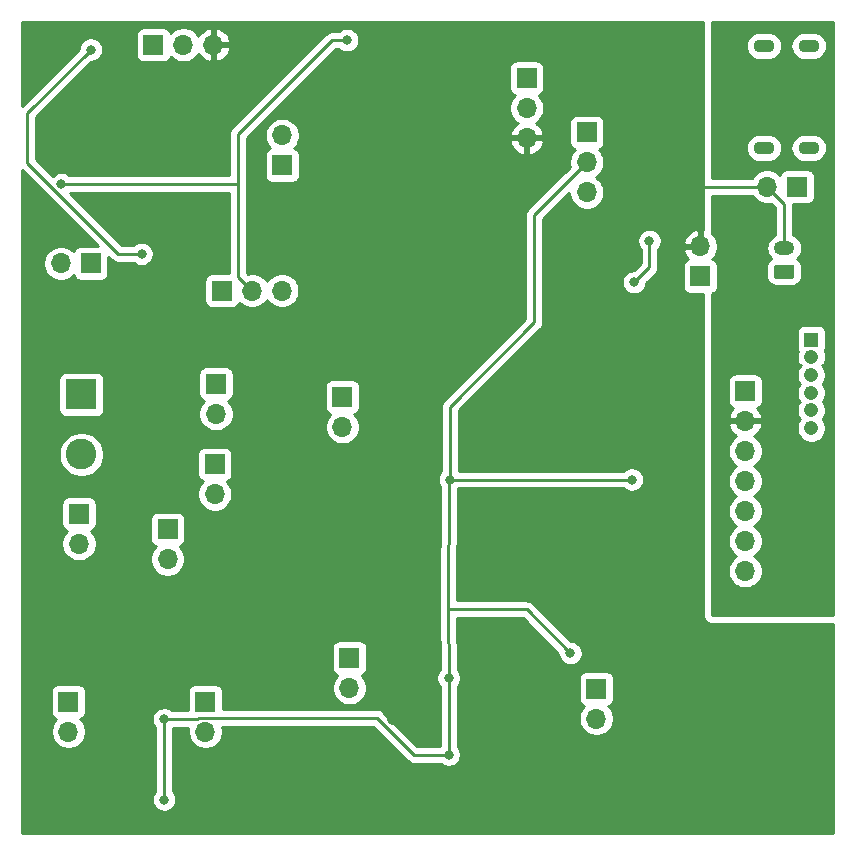
<source format=gbl>
G04 #@! TF.GenerationSoftware,KiCad,Pcbnew,(5.1.5-0)*
G04 #@! TF.CreationDate,2022-02-24T14:37:53-07:00*
G04 #@! TF.ProjectId,adc_preamp,6164635f-7072-4656-916d-702e6b696361,rev?*
G04 #@! TF.SameCoordinates,Original*
G04 #@! TF.FileFunction,Copper,L2,Bot*
G04 #@! TF.FilePolarity,Positive*
%FSLAX46Y46*%
G04 Gerber Fmt 4.6, Leading zero omitted, Abs format (unit mm)*
G04 Created by KiCad (PCBNEW (5.1.5-0)) date 2022-02-24 14:37:53*
%MOMM*%
%LPD*%
G04 APERTURE LIST*
%ADD10O,1.700000X1.700000*%
%ADD11R,1.700000X1.700000*%
%ADD12O,1.750000X1.200000*%
%ADD13C,0.100000*%
%ADD14O,1.800000X1.100000*%
%ADD15R,1.208000X1.208000*%
%ADD16C,1.208000*%
%ADD17C,2.600000*%
%ADD18R,2.600000X2.600000*%
%ADD19C,0.800000*%
%ADD20C,0.250000*%
%ADD21C,0.254000*%
G04 APERTURE END LIST*
D10*
X126880000Y-52600000D03*
X124340000Y-52600000D03*
D11*
X121800000Y-52600000D03*
D10*
X113960000Y-71100000D03*
D11*
X116500000Y-71100000D03*
D10*
X127000000Y-90640000D03*
D11*
X127000000Y-88100000D03*
D10*
X115500000Y-94840000D03*
D11*
X115500000Y-92300000D03*
D10*
X159300000Y-109640000D03*
D11*
X159300000Y-107100000D03*
D10*
X138400000Y-107040000D03*
D11*
X138400000Y-104500000D03*
D10*
X126200000Y-110740000D03*
D11*
X126200000Y-108200000D03*
D10*
X114600000Y-110740000D03*
D11*
X114600000Y-108200000D03*
D10*
X137800000Y-84940000D03*
D11*
X137800000Y-82400000D03*
D10*
X132700000Y-60260000D03*
D11*
X132700000Y-62800000D03*
D10*
X153400000Y-60480000D03*
X153400000Y-57940000D03*
D11*
X153400000Y-55400000D03*
D10*
X168100000Y-69660000D03*
D11*
X168100000Y-72200000D03*
D10*
X171900000Y-97140000D03*
X171900000Y-94600000D03*
X171900000Y-92060000D03*
X171900000Y-89520000D03*
X171900000Y-86980000D03*
X171900000Y-84440000D03*
D11*
X171900000Y-81900000D03*
D12*
X175200000Y-69800000D03*
G04 #@! TA.AperFunction,ComponentPad*
D13*
G36*
X175849505Y-71201204D02*
G01*
X175873773Y-71204804D01*
X175897572Y-71210765D01*
X175920671Y-71219030D01*
X175942850Y-71229520D01*
X175963893Y-71242132D01*
X175983599Y-71256747D01*
X176001777Y-71273223D01*
X176018253Y-71291401D01*
X176032868Y-71311107D01*
X176045480Y-71332150D01*
X176055970Y-71354329D01*
X176064235Y-71377428D01*
X176070196Y-71401227D01*
X176073796Y-71425495D01*
X176075000Y-71449999D01*
X176075000Y-72150001D01*
X176073796Y-72174505D01*
X176070196Y-72198773D01*
X176064235Y-72222572D01*
X176055970Y-72245671D01*
X176045480Y-72267850D01*
X176032868Y-72288893D01*
X176018253Y-72308599D01*
X176001777Y-72326777D01*
X175983599Y-72343253D01*
X175963893Y-72357868D01*
X175942850Y-72370480D01*
X175920671Y-72380970D01*
X175897572Y-72389235D01*
X175873773Y-72395196D01*
X175849505Y-72398796D01*
X175825001Y-72400000D01*
X174574999Y-72400000D01*
X174550495Y-72398796D01*
X174526227Y-72395196D01*
X174502428Y-72389235D01*
X174479329Y-72380970D01*
X174457150Y-72370480D01*
X174436107Y-72357868D01*
X174416401Y-72343253D01*
X174398223Y-72326777D01*
X174381747Y-72308599D01*
X174367132Y-72288893D01*
X174354520Y-72267850D01*
X174344030Y-72245671D01*
X174335765Y-72222572D01*
X174329804Y-72198773D01*
X174326204Y-72174505D01*
X174325000Y-72150001D01*
X174325000Y-71449999D01*
X174326204Y-71425495D01*
X174329804Y-71401227D01*
X174335765Y-71377428D01*
X174344030Y-71354329D01*
X174354520Y-71332150D01*
X174367132Y-71311107D01*
X174381747Y-71291401D01*
X174398223Y-71273223D01*
X174416401Y-71256747D01*
X174436107Y-71242132D01*
X174457150Y-71229520D01*
X174479329Y-71219030D01*
X174502428Y-71210765D01*
X174526227Y-71204804D01*
X174550495Y-71201204D01*
X174574999Y-71200000D01*
X175825001Y-71200000D01*
X175849505Y-71201204D01*
G37*
G04 #@! TD.AperFunction*
D10*
X132680000Y-73400000D03*
X130140000Y-73400000D03*
D11*
X127600000Y-73400000D03*
D10*
X158500000Y-65080000D03*
X158500000Y-62540000D03*
D11*
X158500000Y-60000000D03*
D10*
X173760000Y-64600000D03*
D11*
X176300000Y-64600000D03*
D14*
X177275000Y-61320000D03*
X177275000Y-52680000D03*
X173475000Y-61320000D03*
X173475000Y-52680000D03*
D15*
X177500000Y-77550000D03*
D16*
X177500000Y-79050000D03*
X177500000Y-80550000D03*
X177500000Y-82050000D03*
X177500000Y-85050000D03*
X177500000Y-83550000D03*
D10*
X127100000Y-83840000D03*
D11*
X127100000Y-81300000D03*
D10*
X123000000Y-96140000D03*
D11*
X123000000Y-93600000D03*
D17*
X115700000Y-87280000D03*
D18*
X115700000Y-82200000D03*
D19*
X154300000Y-86300000D03*
X158800000Y-84500000D03*
X168000000Y-64600000D03*
X125600000Y-73300000D03*
X120900000Y-74600000D03*
X117600000Y-108400000D03*
X142100000Y-104700000D03*
X142000000Y-109800000D03*
X148400000Y-107700000D03*
X148400000Y-112700000D03*
X162500000Y-72700000D03*
X163800000Y-69200000D03*
X138200000Y-52200000D03*
X114000000Y-64400000D03*
X146900000Y-89400000D03*
X162300000Y-89400000D03*
X146800000Y-106200000D03*
X146800000Y-112700000D03*
X122700000Y-109700000D03*
X122700000Y-116500000D03*
X157100000Y-104100000D03*
X116500000Y-53000000D03*
X120800000Y-70300000D03*
D20*
X175200000Y-66040000D02*
X173760000Y-64600000D01*
X175200000Y-69800000D02*
X175200000Y-66040000D01*
X173760000Y-64600000D02*
X168000000Y-64600000D01*
X148400000Y-107700000D02*
X148400000Y-112700000D01*
X162500000Y-72800000D02*
X162500000Y-72700000D01*
X163800000Y-71400000D02*
X162500000Y-72700000D01*
X163800000Y-69200000D02*
X163800000Y-71400000D01*
X136926998Y-52200000D02*
X138200000Y-52200000D01*
X130140000Y-73400000D02*
X128974999Y-72234999D01*
X136926998Y-52200000D02*
X128974999Y-60151999D01*
X121140000Y-64400000D02*
X129000000Y-64400000D01*
X114000000Y-64400000D02*
X121140000Y-64400000D01*
X129000000Y-64400000D02*
X128974999Y-60151999D01*
X128974999Y-72234999D02*
X129000000Y-64400000D01*
X146900000Y-89400000D02*
X162300000Y-89400000D01*
X154034315Y-76100000D02*
X154034315Y-67005685D01*
X154034315Y-67005685D02*
X158500000Y-62540000D01*
X146900000Y-83234315D02*
X154034315Y-76100000D01*
X146900000Y-89400000D02*
X146900000Y-83234315D01*
X146800000Y-106200000D02*
X146800000Y-112700000D01*
X122700000Y-109700000D02*
X122700000Y-116500000D01*
X146800000Y-89500000D02*
X146900000Y-89400000D01*
X146234315Y-112700000D02*
X146800000Y-112700000D01*
X143826998Y-112700000D02*
X146234315Y-112700000D01*
X140691997Y-109564999D02*
X143826998Y-112700000D01*
X125635999Y-109564999D02*
X140691997Y-109564999D01*
X125500998Y-109700000D02*
X125635999Y-109564999D01*
X122700000Y-109700000D02*
X125500998Y-109700000D01*
X153400000Y-100400000D02*
X146700000Y-100400000D01*
X146700000Y-100400000D02*
X146800000Y-89500000D01*
X157100000Y-104100000D02*
X153400000Y-100400000D01*
X146800000Y-106200000D02*
X146700000Y-100400000D01*
X116500000Y-53000000D02*
X111100000Y-58400000D01*
X111100000Y-62573002D02*
X118826998Y-70300000D01*
X118826998Y-70300000D02*
X120800000Y-70300000D01*
X111100000Y-58400000D02*
X111100000Y-62573002D01*
D21*
G36*
X168365000Y-68266751D02*
G01*
X168227000Y-68339186D01*
X168227000Y-69533000D01*
X168247000Y-69533000D01*
X168247000Y-69787000D01*
X168227000Y-69787000D01*
X168227000Y-69807000D01*
X167973000Y-69807000D01*
X167973000Y-69787000D01*
X166779845Y-69787000D01*
X166658524Y-70016890D01*
X166703175Y-70164099D01*
X166828359Y-70426920D01*
X167002412Y-70660269D01*
X167086466Y-70736034D01*
X167005820Y-70760498D01*
X166895506Y-70819463D01*
X166798815Y-70898815D01*
X166719463Y-70995506D01*
X166660498Y-71105820D01*
X166624188Y-71225518D01*
X166611928Y-71350000D01*
X166611928Y-73050000D01*
X166624188Y-73174482D01*
X166660498Y-73294180D01*
X166719463Y-73404494D01*
X166798815Y-73501185D01*
X166895506Y-73580537D01*
X167005820Y-73639502D01*
X167125518Y-73675812D01*
X167250000Y-73688072D01*
X168365000Y-73688072D01*
X168365000Y-101000000D01*
X168377201Y-101123882D01*
X168413336Y-101243004D01*
X168472017Y-101352787D01*
X168550987Y-101449013D01*
X168647213Y-101527983D01*
X168756996Y-101586664D01*
X168876118Y-101622799D01*
X169000000Y-101635000D01*
X179340001Y-101635000D01*
X179340001Y-119340000D01*
X110660000Y-119340000D01*
X110660000Y-107350000D01*
X113111928Y-107350000D01*
X113111928Y-109050000D01*
X113124188Y-109174482D01*
X113160498Y-109294180D01*
X113219463Y-109404494D01*
X113298815Y-109501185D01*
X113395506Y-109580537D01*
X113505820Y-109639502D01*
X113578380Y-109661513D01*
X113446525Y-109793368D01*
X113284010Y-110036589D01*
X113172068Y-110306842D01*
X113115000Y-110593740D01*
X113115000Y-110886260D01*
X113172068Y-111173158D01*
X113284010Y-111443411D01*
X113446525Y-111686632D01*
X113653368Y-111893475D01*
X113896589Y-112055990D01*
X114166842Y-112167932D01*
X114453740Y-112225000D01*
X114746260Y-112225000D01*
X115033158Y-112167932D01*
X115303411Y-112055990D01*
X115546632Y-111893475D01*
X115753475Y-111686632D01*
X115915990Y-111443411D01*
X116027932Y-111173158D01*
X116085000Y-110886260D01*
X116085000Y-110593740D01*
X116027932Y-110306842D01*
X115915990Y-110036589D01*
X115753475Y-109793368D01*
X115621620Y-109661513D01*
X115694180Y-109639502D01*
X115771709Y-109598061D01*
X121665000Y-109598061D01*
X121665000Y-109801939D01*
X121704774Y-110001898D01*
X121782795Y-110190256D01*
X121896063Y-110359774D01*
X121940000Y-110403711D01*
X121940001Y-115796288D01*
X121896063Y-115840226D01*
X121782795Y-116009744D01*
X121704774Y-116198102D01*
X121665000Y-116398061D01*
X121665000Y-116601939D01*
X121704774Y-116801898D01*
X121782795Y-116990256D01*
X121896063Y-117159774D01*
X122040226Y-117303937D01*
X122209744Y-117417205D01*
X122398102Y-117495226D01*
X122598061Y-117535000D01*
X122801939Y-117535000D01*
X123001898Y-117495226D01*
X123190256Y-117417205D01*
X123359774Y-117303937D01*
X123503937Y-117159774D01*
X123617205Y-116990256D01*
X123695226Y-116801898D01*
X123735000Y-116601939D01*
X123735000Y-116398061D01*
X123695226Y-116198102D01*
X123617205Y-116009744D01*
X123503937Y-115840226D01*
X123460000Y-115796289D01*
X123460000Y-110460000D01*
X124741603Y-110460000D01*
X124715000Y-110593740D01*
X124715000Y-110886260D01*
X124772068Y-111173158D01*
X124884010Y-111443411D01*
X125046525Y-111686632D01*
X125253368Y-111893475D01*
X125496589Y-112055990D01*
X125766842Y-112167932D01*
X126053740Y-112225000D01*
X126346260Y-112225000D01*
X126633158Y-112167932D01*
X126903411Y-112055990D01*
X127146632Y-111893475D01*
X127353475Y-111686632D01*
X127515990Y-111443411D01*
X127627932Y-111173158D01*
X127685000Y-110886260D01*
X127685000Y-110593740D01*
X127631544Y-110324999D01*
X140377196Y-110324999D01*
X143263199Y-113211003D01*
X143286997Y-113240001D01*
X143315995Y-113263799D01*
X143402721Y-113334974D01*
X143534751Y-113405546D01*
X143678012Y-113449003D01*
X143789665Y-113460000D01*
X143789675Y-113460000D01*
X143826998Y-113463676D01*
X143864321Y-113460000D01*
X146096289Y-113460000D01*
X146140226Y-113503937D01*
X146309744Y-113617205D01*
X146498102Y-113695226D01*
X146698061Y-113735000D01*
X146901939Y-113735000D01*
X147101898Y-113695226D01*
X147290256Y-113617205D01*
X147459774Y-113503937D01*
X147603937Y-113359774D01*
X147717205Y-113190256D01*
X147795226Y-113001898D01*
X147835000Y-112801939D01*
X147835000Y-112598061D01*
X147795226Y-112398102D01*
X147717205Y-112209744D01*
X147603937Y-112040226D01*
X147560000Y-111996289D01*
X147560000Y-106903711D01*
X147603937Y-106859774D01*
X147717205Y-106690256D01*
X147795226Y-106501898D01*
X147835000Y-106301939D01*
X147835000Y-106250000D01*
X157811928Y-106250000D01*
X157811928Y-107950000D01*
X157824188Y-108074482D01*
X157860498Y-108194180D01*
X157919463Y-108304494D01*
X157998815Y-108401185D01*
X158095506Y-108480537D01*
X158205820Y-108539502D01*
X158278380Y-108561513D01*
X158146525Y-108693368D01*
X157984010Y-108936589D01*
X157872068Y-109206842D01*
X157815000Y-109493740D01*
X157815000Y-109786260D01*
X157872068Y-110073158D01*
X157984010Y-110343411D01*
X158146525Y-110586632D01*
X158353368Y-110793475D01*
X158596589Y-110955990D01*
X158866842Y-111067932D01*
X159153740Y-111125000D01*
X159446260Y-111125000D01*
X159733158Y-111067932D01*
X160003411Y-110955990D01*
X160246632Y-110793475D01*
X160453475Y-110586632D01*
X160615990Y-110343411D01*
X160727932Y-110073158D01*
X160785000Y-109786260D01*
X160785000Y-109493740D01*
X160727932Y-109206842D01*
X160615990Y-108936589D01*
X160453475Y-108693368D01*
X160321620Y-108561513D01*
X160394180Y-108539502D01*
X160504494Y-108480537D01*
X160601185Y-108401185D01*
X160680537Y-108304494D01*
X160739502Y-108194180D01*
X160775812Y-108074482D01*
X160788072Y-107950000D01*
X160788072Y-106250000D01*
X160775812Y-106125518D01*
X160739502Y-106005820D01*
X160680537Y-105895506D01*
X160601185Y-105798815D01*
X160504494Y-105719463D01*
X160394180Y-105660498D01*
X160274482Y-105624188D01*
X160150000Y-105611928D01*
X158450000Y-105611928D01*
X158325518Y-105624188D01*
X158205820Y-105660498D01*
X158095506Y-105719463D01*
X157998815Y-105798815D01*
X157919463Y-105895506D01*
X157860498Y-106005820D01*
X157824188Y-106125518D01*
X157811928Y-106250000D01*
X147835000Y-106250000D01*
X147835000Y-106098061D01*
X147795226Y-105898102D01*
X147717205Y-105709744D01*
X147603937Y-105540226D01*
X147547769Y-105484058D01*
X147473216Y-101160000D01*
X153085199Y-101160000D01*
X156065000Y-104139802D01*
X156065000Y-104201939D01*
X156104774Y-104401898D01*
X156182795Y-104590256D01*
X156296063Y-104759774D01*
X156440226Y-104903937D01*
X156609744Y-105017205D01*
X156798102Y-105095226D01*
X156998061Y-105135000D01*
X157201939Y-105135000D01*
X157401898Y-105095226D01*
X157590256Y-105017205D01*
X157759774Y-104903937D01*
X157903937Y-104759774D01*
X158017205Y-104590256D01*
X158095226Y-104401898D01*
X158135000Y-104201939D01*
X158135000Y-103998061D01*
X158095226Y-103798102D01*
X158017205Y-103609744D01*
X157903937Y-103440226D01*
X157759774Y-103296063D01*
X157590256Y-103182795D01*
X157401898Y-103104774D01*
X157201939Y-103065000D01*
X157139802Y-103065000D01*
X153963804Y-99889003D01*
X153940001Y-99859999D01*
X153824276Y-99765026D01*
X153692247Y-99694454D01*
X153548986Y-99650997D01*
X153437333Y-99640000D01*
X153437322Y-99640000D01*
X153400000Y-99636324D01*
X153362678Y-99640000D01*
X147467004Y-99640000D01*
X147553535Y-90208106D01*
X147559774Y-90203937D01*
X147603711Y-90160000D01*
X161596289Y-90160000D01*
X161640226Y-90203937D01*
X161809744Y-90317205D01*
X161998102Y-90395226D01*
X162198061Y-90435000D01*
X162401939Y-90435000D01*
X162601898Y-90395226D01*
X162790256Y-90317205D01*
X162959774Y-90203937D01*
X163103937Y-90059774D01*
X163217205Y-89890256D01*
X163295226Y-89701898D01*
X163335000Y-89501939D01*
X163335000Y-89298061D01*
X163295226Y-89098102D01*
X163217205Y-88909744D01*
X163103937Y-88740226D01*
X162959774Y-88596063D01*
X162790256Y-88482795D01*
X162601898Y-88404774D01*
X162401939Y-88365000D01*
X162198061Y-88365000D01*
X161998102Y-88404774D01*
X161809744Y-88482795D01*
X161640226Y-88596063D01*
X161596289Y-88640000D01*
X147660000Y-88640000D01*
X147660000Y-83549116D01*
X154545319Y-76663798D01*
X154574316Y-76640001D01*
X154614115Y-76591506D01*
X154669289Y-76524277D01*
X154739861Y-76392247D01*
X154765438Y-76307928D01*
X154783318Y-76248986D01*
X154794315Y-76137333D01*
X154794315Y-76137324D01*
X154797991Y-76100001D01*
X154794315Y-76062678D01*
X154794315Y-72598061D01*
X161465000Y-72598061D01*
X161465000Y-72801939D01*
X161504774Y-73001898D01*
X161582795Y-73190256D01*
X161696063Y-73359774D01*
X161840226Y-73503937D01*
X162009744Y-73617205D01*
X162198102Y-73695226D01*
X162398061Y-73735000D01*
X162601939Y-73735000D01*
X162801898Y-73695226D01*
X162990256Y-73617205D01*
X163159774Y-73503937D01*
X163303937Y-73359774D01*
X163417205Y-73190256D01*
X163495226Y-73001898D01*
X163535000Y-72801939D01*
X163535000Y-72739801D01*
X164311003Y-71963799D01*
X164340001Y-71940001D01*
X164434974Y-71824276D01*
X164505546Y-71692247D01*
X164549003Y-71548986D01*
X164560000Y-71437333D01*
X164560000Y-71437325D01*
X164563676Y-71400000D01*
X164560000Y-71362675D01*
X164560000Y-69903711D01*
X164603937Y-69859774D01*
X164717205Y-69690256D01*
X164795226Y-69501898D01*
X164834767Y-69303110D01*
X166658524Y-69303110D01*
X166779845Y-69533000D01*
X167973000Y-69533000D01*
X167973000Y-68339186D01*
X167743109Y-68218519D01*
X167468748Y-68315843D01*
X167218645Y-68464822D01*
X167002412Y-68659731D01*
X166828359Y-68893080D01*
X166703175Y-69155901D01*
X166658524Y-69303110D01*
X164834767Y-69303110D01*
X164835000Y-69301939D01*
X164835000Y-69098061D01*
X164795226Y-68898102D01*
X164717205Y-68709744D01*
X164603937Y-68540226D01*
X164459774Y-68396063D01*
X164290256Y-68282795D01*
X164101898Y-68204774D01*
X163901939Y-68165000D01*
X163698061Y-68165000D01*
X163498102Y-68204774D01*
X163309744Y-68282795D01*
X163140226Y-68396063D01*
X162996063Y-68540226D01*
X162882795Y-68709744D01*
X162804774Y-68898102D01*
X162765000Y-69098061D01*
X162765000Y-69301939D01*
X162804774Y-69501898D01*
X162882795Y-69690256D01*
X162996063Y-69859774D01*
X163040000Y-69903711D01*
X163040001Y-71085197D01*
X162460199Y-71665000D01*
X162398061Y-71665000D01*
X162198102Y-71704774D01*
X162009744Y-71782795D01*
X161840226Y-71896063D01*
X161696063Y-72040226D01*
X161582795Y-72209744D01*
X161504774Y-72398102D01*
X161465000Y-72598061D01*
X154794315Y-72598061D01*
X154794315Y-67320486D01*
X157015000Y-65099802D01*
X157015000Y-65226260D01*
X157072068Y-65513158D01*
X157184010Y-65783411D01*
X157346525Y-66026632D01*
X157553368Y-66233475D01*
X157796589Y-66395990D01*
X158066842Y-66507932D01*
X158353740Y-66565000D01*
X158646260Y-66565000D01*
X158933158Y-66507932D01*
X159203411Y-66395990D01*
X159446632Y-66233475D01*
X159653475Y-66026632D01*
X159815990Y-65783411D01*
X159927932Y-65513158D01*
X159985000Y-65226260D01*
X159985000Y-64933740D01*
X159927932Y-64646842D01*
X159815990Y-64376589D01*
X159653475Y-64133368D01*
X159446632Y-63926525D01*
X159272240Y-63810000D01*
X159446632Y-63693475D01*
X159653475Y-63486632D01*
X159815990Y-63243411D01*
X159927932Y-62973158D01*
X159985000Y-62686260D01*
X159985000Y-62393740D01*
X159927932Y-62106842D01*
X159815990Y-61836589D01*
X159653475Y-61593368D01*
X159521620Y-61461513D01*
X159594180Y-61439502D01*
X159704494Y-61380537D01*
X159801185Y-61301185D01*
X159880537Y-61204494D01*
X159939502Y-61094180D01*
X159975812Y-60974482D01*
X159988072Y-60850000D01*
X159988072Y-59150000D01*
X159975812Y-59025518D01*
X159939502Y-58905820D01*
X159880537Y-58795506D01*
X159801185Y-58698815D01*
X159704494Y-58619463D01*
X159594180Y-58560498D01*
X159474482Y-58524188D01*
X159350000Y-58511928D01*
X157650000Y-58511928D01*
X157525518Y-58524188D01*
X157405820Y-58560498D01*
X157295506Y-58619463D01*
X157198815Y-58698815D01*
X157119463Y-58795506D01*
X157060498Y-58905820D01*
X157024188Y-59025518D01*
X157011928Y-59150000D01*
X157011928Y-60850000D01*
X157024188Y-60974482D01*
X157060498Y-61094180D01*
X157119463Y-61204494D01*
X157198815Y-61301185D01*
X157295506Y-61380537D01*
X157405820Y-61439502D01*
X157478380Y-61461513D01*
X157346525Y-61593368D01*
X157184010Y-61836589D01*
X157072068Y-62106842D01*
X157015000Y-62393740D01*
X157015000Y-62686260D01*
X157058790Y-62906408D01*
X153523313Y-66441886D01*
X153494315Y-66465684D01*
X153470517Y-66494682D01*
X153470516Y-66494683D01*
X153399341Y-66581409D01*
X153328769Y-66713439D01*
X153285313Y-66856700D01*
X153270639Y-67005685D01*
X153274316Y-67043017D01*
X153274315Y-75785198D01*
X146388998Y-82670516D01*
X146360000Y-82694314D01*
X146336202Y-82723312D01*
X146336201Y-82723313D01*
X146265026Y-82810039D01*
X146194454Y-82942069D01*
X146150998Y-83085330D01*
X146136324Y-83234315D01*
X146140001Y-83271647D01*
X146140000Y-88696289D01*
X146096063Y-88740226D01*
X145982795Y-88909744D01*
X145904774Y-89098102D01*
X145865000Y-89298061D01*
X145865000Y-89501939D01*
X145904774Y-89701898D01*
X145982795Y-89890256D01*
X146035662Y-89969378D01*
X145940343Y-100359185D01*
X145936323Y-100400000D01*
X145940644Y-100443872D01*
X146027962Y-105508327D01*
X145996063Y-105540226D01*
X145882795Y-105709744D01*
X145804774Y-105898102D01*
X145765000Y-106098061D01*
X145765000Y-106301939D01*
X145804774Y-106501898D01*
X145882795Y-106690256D01*
X145996063Y-106859774D01*
X146040000Y-106903711D01*
X146040001Y-111940000D01*
X144141800Y-111940000D01*
X141255801Y-109054002D01*
X141231998Y-109024998D01*
X141116273Y-108930025D01*
X140984244Y-108859453D01*
X140840983Y-108815996D01*
X140729330Y-108804999D01*
X140729319Y-108804999D01*
X140691997Y-108801323D01*
X140654675Y-108804999D01*
X127688072Y-108804999D01*
X127688072Y-107350000D01*
X127675812Y-107225518D01*
X127639502Y-107105820D01*
X127580537Y-106995506D01*
X127501185Y-106898815D01*
X127404494Y-106819463D01*
X127294180Y-106760498D01*
X127174482Y-106724188D01*
X127050000Y-106711928D01*
X125350000Y-106711928D01*
X125225518Y-106724188D01*
X125105820Y-106760498D01*
X124995506Y-106819463D01*
X124898815Y-106898815D01*
X124819463Y-106995506D01*
X124760498Y-107105820D01*
X124724188Y-107225518D01*
X124711928Y-107350000D01*
X124711928Y-108940000D01*
X123403711Y-108940000D01*
X123359774Y-108896063D01*
X123190256Y-108782795D01*
X123001898Y-108704774D01*
X122801939Y-108665000D01*
X122598061Y-108665000D01*
X122398102Y-108704774D01*
X122209744Y-108782795D01*
X122040226Y-108896063D01*
X121896063Y-109040226D01*
X121782795Y-109209744D01*
X121704774Y-109398102D01*
X121665000Y-109598061D01*
X115771709Y-109598061D01*
X115804494Y-109580537D01*
X115901185Y-109501185D01*
X115980537Y-109404494D01*
X116039502Y-109294180D01*
X116075812Y-109174482D01*
X116088072Y-109050000D01*
X116088072Y-107350000D01*
X116075812Y-107225518D01*
X116039502Y-107105820D01*
X115980537Y-106995506D01*
X115901185Y-106898815D01*
X115804494Y-106819463D01*
X115694180Y-106760498D01*
X115574482Y-106724188D01*
X115450000Y-106711928D01*
X113750000Y-106711928D01*
X113625518Y-106724188D01*
X113505820Y-106760498D01*
X113395506Y-106819463D01*
X113298815Y-106898815D01*
X113219463Y-106995506D01*
X113160498Y-107105820D01*
X113124188Y-107225518D01*
X113111928Y-107350000D01*
X110660000Y-107350000D01*
X110660000Y-103650000D01*
X136911928Y-103650000D01*
X136911928Y-105350000D01*
X136924188Y-105474482D01*
X136960498Y-105594180D01*
X137019463Y-105704494D01*
X137098815Y-105801185D01*
X137195506Y-105880537D01*
X137305820Y-105939502D01*
X137378380Y-105961513D01*
X137246525Y-106093368D01*
X137084010Y-106336589D01*
X136972068Y-106606842D01*
X136915000Y-106893740D01*
X136915000Y-107186260D01*
X136972068Y-107473158D01*
X137084010Y-107743411D01*
X137246525Y-107986632D01*
X137453368Y-108193475D01*
X137696589Y-108355990D01*
X137966842Y-108467932D01*
X138253740Y-108525000D01*
X138546260Y-108525000D01*
X138833158Y-108467932D01*
X139103411Y-108355990D01*
X139346632Y-108193475D01*
X139553475Y-107986632D01*
X139715990Y-107743411D01*
X139827932Y-107473158D01*
X139885000Y-107186260D01*
X139885000Y-106893740D01*
X139827932Y-106606842D01*
X139715990Y-106336589D01*
X139553475Y-106093368D01*
X139421620Y-105961513D01*
X139494180Y-105939502D01*
X139604494Y-105880537D01*
X139701185Y-105801185D01*
X139780537Y-105704494D01*
X139839502Y-105594180D01*
X139875812Y-105474482D01*
X139888072Y-105350000D01*
X139888072Y-103650000D01*
X139875812Y-103525518D01*
X139839502Y-103405820D01*
X139780537Y-103295506D01*
X139701185Y-103198815D01*
X139604494Y-103119463D01*
X139494180Y-103060498D01*
X139374482Y-103024188D01*
X139250000Y-103011928D01*
X137550000Y-103011928D01*
X137425518Y-103024188D01*
X137305820Y-103060498D01*
X137195506Y-103119463D01*
X137098815Y-103198815D01*
X137019463Y-103295506D01*
X136960498Y-103405820D01*
X136924188Y-103525518D01*
X136911928Y-103650000D01*
X110660000Y-103650000D01*
X110660000Y-91450000D01*
X114011928Y-91450000D01*
X114011928Y-93150000D01*
X114024188Y-93274482D01*
X114060498Y-93394180D01*
X114119463Y-93504494D01*
X114198815Y-93601185D01*
X114295506Y-93680537D01*
X114405820Y-93739502D01*
X114478380Y-93761513D01*
X114346525Y-93893368D01*
X114184010Y-94136589D01*
X114072068Y-94406842D01*
X114015000Y-94693740D01*
X114015000Y-94986260D01*
X114072068Y-95273158D01*
X114184010Y-95543411D01*
X114346525Y-95786632D01*
X114553368Y-95993475D01*
X114796589Y-96155990D01*
X115066842Y-96267932D01*
X115353740Y-96325000D01*
X115646260Y-96325000D01*
X115933158Y-96267932D01*
X116203411Y-96155990D01*
X116446632Y-95993475D01*
X116653475Y-95786632D01*
X116815990Y-95543411D01*
X116927932Y-95273158D01*
X116985000Y-94986260D01*
X116985000Y-94693740D01*
X116927932Y-94406842D01*
X116815990Y-94136589D01*
X116653475Y-93893368D01*
X116521620Y-93761513D01*
X116594180Y-93739502D01*
X116704494Y-93680537D01*
X116801185Y-93601185D01*
X116880537Y-93504494D01*
X116939502Y-93394180D01*
X116975812Y-93274482D01*
X116988072Y-93150000D01*
X116988072Y-92750000D01*
X121511928Y-92750000D01*
X121511928Y-94450000D01*
X121524188Y-94574482D01*
X121560498Y-94694180D01*
X121619463Y-94804494D01*
X121698815Y-94901185D01*
X121795506Y-94980537D01*
X121905820Y-95039502D01*
X121978380Y-95061513D01*
X121846525Y-95193368D01*
X121684010Y-95436589D01*
X121572068Y-95706842D01*
X121515000Y-95993740D01*
X121515000Y-96286260D01*
X121572068Y-96573158D01*
X121684010Y-96843411D01*
X121846525Y-97086632D01*
X122053368Y-97293475D01*
X122296589Y-97455990D01*
X122566842Y-97567932D01*
X122853740Y-97625000D01*
X123146260Y-97625000D01*
X123433158Y-97567932D01*
X123703411Y-97455990D01*
X123946632Y-97293475D01*
X124153475Y-97086632D01*
X124315990Y-96843411D01*
X124427932Y-96573158D01*
X124485000Y-96286260D01*
X124485000Y-95993740D01*
X124427932Y-95706842D01*
X124315990Y-95436589D01*
X124153475Y-95193368D01*
X124021620Y-95061513D01*
X124094180Y-95039502D01*
X124204494Y-94980537D01*
X124301185Y-94901185D01*
X124380537Y-94804494D01*
X124439502Y-94694180D01*
X124475812Y-94574482D01*
X124488072Y-94450000D01*
X124488072Y-92750000D01*
X124475812Y-92625518D01*
X124439502Y-92505820D01*
X124380537Y-92395506D01*
X124301185Y-92298815D01*
X124204494Y-92219463D01*
X124094180Y-92160498D01*
X123974482Y-92124188D01*
X123850000Y-92111928D01*
X122150000Y-92111928D01*
X122025518Y-92124188D01*
X121905820Y-92160498D01*
X121795506Y-92219463D01*
X121698815Y-92298815D01*
X121619463Y-92395506D01*
X121560498Y-92505820D01*
X121524188Y-92625518D01*
X121511928Y-92750000D01*
X116988072Y-92750000D01*
X116988072Y-91450000D01*
X116975812Y-91325518D01*
X116939502Y-91205820D01*
X116880537Y-91095506D01*
X116801185Y-90998815D01*
X116704494Y-90919463D01*
X116594180Y-90860498D01*
X116474482Y-90824188D01*
X116350000Y-90811928D01*
X114650000Y-90811928D01*
X114525518Y-90824188D01*
X114405820Y-90860498D01*
X114295506Y-90919463D01*
X114198815Y-90998815D01*
X114119463Y-91095506D01*
X114060498Y-91205820D01*
X114024188Y-91325518D01*
X114011928Y-91450000D01*
X110660000Y-91450000D01*
X110660000Y-87089419D01*
X113765000Y-87089419D01*
X113765000Y-87470581D01*
X113839361Y-87844419D01*
X113985225Y-88196566D01*
X114196987Y-88513491D01*
X114466509Y-88783013D01*
X114783434Y-88994775D01*
X115135581Y-89140639D01*
X115509419Y-89215000D01*
X115890581Y-89215000D01*
X116264419Y-89140639D01*
X116616566Y-88994775D01*
X116933491Y-88783013D01*
X117203013Y-88513491D01*
X117414775Y-88196566D01*
X117560639Y-87844419D01*
X117635000Y-87470581D01*
X117635000Y-87250000D01*
X125511928Y-87250000D01*
X125511928Y-88950000D01*
X125524188Y-89074482D01*
X125560498Y-89194180D01*
X125619463Y-89304494D01*
X125698815Y-89401185D01*
X125795506Y-89480537D01*
X125905820Y-89539502D01*
X125978380Y-89561513D01*
X125846525Y-89693368D01*
X125684010Y-89936589D01*
X125572068Y-90206842D01*
X125515000Y-90493740D01*
X125515000Y-90786260D01*
X125572068Y-91073158D01*
X125684010Y-91343411D01*
X125846525Y-91586632D01*
X126053368Y-91793475D01*
X126296589Y-91955990D01*
X126566842Y-92067932D01*
X126853740Y-92125000D01*
X127146260Y-92125000D01*
X127433158Y-92067932D01*
X127703411Y-91955990D01*
X127946632Y-91793475D01*
X128153475Y-91586632D01*
X128315990Y-91343411D01*
X128427932Y-91073158D01*
X128485000Y-90786260D01*
X128485000Y-90493740D01*
X128427932Y-90206842D01*
X128315990Y-89936589D01*
X128153475Y-89693368D01*
X128021620Y-89561513D01*
X128094180Y-89539502D01*
X128204494Y-89480537D01*
X128301185Y-89401185D01*
X128380537Y-89304494D01*
X128439502Y-89194180D01*
X128475812Y-89074482D01*
X128488072Y-88950000D01*
X128488072Y-87250000D01*
X128475812Y-87125518D01*
X128439502Y-87005820D01*
X128380537Y-86895506D01*
X128301185Y-86798815D01*
X128204494Y-86719463D01*
X128094180Y-86660498D01*
X127974482Y-86624188D01*
X127850000Y-86611928D01*
X126150000Y-86611928D01*
X126025518Y-86624188D01*
X125905820Y-86660498D01*
X125795506Y-86719463D01*
X125698815Y-86798815D01*
X125619463Y-86895506D01*
X125560498Y-87005820D01*
X125524188Y-87125518D01*
X125511928Y-87250000D01*
X117635000Y-87250000D01*
X117635000Y-87089419D01*
X117560639Y-86715581D01*
X117414775Y-86363434D01*
X117203013Y-86046509D01*
X116933491Y-85776987D01*
X116616566Y-85565225D01*
X116264419Y-85419361D01*
X115890581Y-85345000D01*
X115509419Y-85345000D01*
X115135581Y-85419361D01*
X114783434Y-85565225D01*
X114466509Y-85776987D01*
X114196987Y-86046509D01*
X113985225Y-86363434D01*
X113839361Y-86715581D01*
X113765000Y-87089419D01*
X110660000Y-87089419D01*
X110660000Y-80900000D01*
X113761928Y-80900000D01*
X113761928Y-83500000D01*
X113774188Y-83624482D01*
X113810498Y-83744180D01*
X113869463Y-83854494D01*
X113948815Y-83951185D01*
X114045506Y-84030537D01*
X114155820Y-84089502D01*
X114275518Y-84125812D01*
X114400000Y-84138072D01*
X117000000Y-84138072D01*
X117124482Y-84125812D01*
X117244180Y-84089502D01*
X117354494Y-84030537D01*
X117451185Y-83951185D01*
X117530537Y-83854494D01*
X117589502Y-83744180D01*
X117625812Y-83624482D01*
X117638072Y-83500000D01*
X117638072Y-80900000D01*
X117625812Y-80775518D01*
X117589502Y-80655820D01*
X117530537Y-80545506D01*
X117452158Y-80450000D01*
X125611928Y-80450000D01*
X125611928Y-82150000D01*
X125624188Y-82274482D01*
X125660498Y-82394180D01*
X125719463Y-82504494D01*
X125798815Y-82601185D01*
X125895506Y-82680537D01*
X126005820Y-82739502D01*
X126078380Y-82761513D01*
X125946525Y-82893368D01*
X125784010Y-83136589D01*
X125672068Y-83406842D01*
X125615000Y-83693740D01*
X125615000Y-83986260D01*
X125672068Y-84273158D01*
X125784010Y-84543411D01*
X125946525Y-84786632D01*
X126153368Y-84993475D01*
X126396589Y-85155990D01*
X126666842Y-85267932D01*
X126953740Y-85325000D01*
X127246260Y-85325000D01*
X127533158Y-85267932D01*
X127803411Y-85155990D01*
X128046632Y-84993475D01*
X128253475Y-84786632D01*
X128415990Y-84543411D01*
X128527932Y-84273158D01*
X128585000Y-83986260D01*
X128585000Y-83693740D01*
X128527932Y-83406842D01*
X128415990Y-83136589D01*
X128253475Y-82893368D01*
X128121620Y-82761513D01*
X128194180Y-82739502D01*
X128304494Y-82680537D01*
X128401185Y-82601185D01*
X128480537Y-82504494D01*
X128539502Y-82394180D01*
X128575812Y-82274482D01*
X128588072Y-82150000D01*
X128588072Y-81550000D01*
X136311928Y-81550000D01*
X136311928Y-83250000D01*
X136324188Y-83374482D01*
X136360498Y-83494180D01*
X136419463Y-83604494D01*
X136498815Y-83701185D01*
X136595506Y-83780537D01*
X136705820Y-83839502D01*
X136778380Y-83861513D01*
X136646525Y-83993368D01*
X136484010Y-84236589D01*
X136372068Y-84506842D01*
X136315000Y-84793740D01*
X136315000Y-85086260D01*
X136372068Y-85373158D01*
X136484010Y-85643411D01*
X136646525Y-85886632D01*
X136853368Y-86093475D01*
X137096589Y-86255990D01*
X137366842Y-86367932D01*
X137653740Y-86425000D01*
X137946260Y-86425000D01*
X138233158Y-86367932D01*
X138503411Y-86255990D01*
X138746632Y-86093475D01*
X138953475Y-85886632D01*
X139115990Y-85643411D01*
X139227932Y-85373158D01*
X139285000Y-85086260D01*
X139285000Y-84793740D01*
X139227932Y-84506842D01*
X139115990Y-84236589D01*
X138953475Y-83993368D01*
X138821620Y-83861513D01*
X138894180Y-83839502D01*
X139004494Y-83780537D01*
X139101185Y-83701185D01*
X139180537Y-83604494D01*
X139239502Y-83494180D01*
X139275812Y-83374482D01*
X139288072Y-83250000D01*
X139288072Y-81550000D01*
X139275812Y-81425518D01*
X139239502Y-81305820D01*
X139180537Y-81195506D01*
X139101185Y-81098815D01*
X139004494Y-81019463D01*
X138894180Y-80960498D01*
X138774482Y-80924188D01*
X138650000Y-80911928D01*
X136950000Y-80911928D01*
X136825518Y-80924188D01*
X136705820Y-80960498D01*
X136595506Y-81019463D01*
X136498815Y-81098815D01*
X136419463Y-81195506D01*
X136360498Y-81305820D01*
X136324188Y-81425518D01*
X136311928Y-81550000D01*
X128588072Y-81550000D01*
X128588072Y-80450000D01*
X128575812Y-80325518D01*
X128539502Y-80205820D01*
X128480537Y-80095506D01*
X128401185Y-79998815D01*
X128304494Y-79919463D01*
X128194180Y-79860498D01*
X128074482Y-79824188D01*
X127950000Y-79811928D01*
X126250000Y-79811928D01*
X126125518Y-79824188D01*
X126005820Y-79860498D01*
X125895506Y-79919463D01*
X125798815Y-79998815D01*
X125719463Y-80095506D01*
X125660498Y-80205820D01*
X125624188Y-80325518D01*
X125611928Y-80450000D01*
X117452158Y-80450000D01*
X117451185Y-80448815D01*
X117354494Y-80369463D01*
X117244180Y-80310498D01*
X117124482Y-80274188D01*
X117000000Y-80261928D01*
X114400000Y-80261928D01*
X114275518Y-80274188D01*
X114155820Y-80310498D01*
X114045506Y-80369463D01*
X113948815Y-80448815D01*
X113869463Y-80545506D01*
X113810498Y-80655820D01*
X113774188Y-80775518D01*
X113761928Y-80900000D01*
X110660000Y-80900000D01*
X110660000Y-63207803D01*
X117064124Y-69611928D01*
X115650000Y-69611928D01*
X115525518Y-69624188D01*
X115405820Y-69660498D01*
X115295506Y-69719463D01*
X115198815Y-69798815D01*
X115119463Y-69895506D01*
X115060498Y-70005820D01*
X115038487Y-70078380D01*
X114906632Y-69946525D01*
X114663411Y-69784010D01*
X114393158Y-69672068D01*
X114106260Y-69615000D01*
X113813740Y-69615000D01*
X113526842Y-69672068D01*
X113256589Y-69784010D01*
X113013368Y-69946525D01*
X112806525Y-70153368D01*
X112644010Y-70396589D01*
X112532068Y-70666842D01*
X112475000Y-70953740D01*
X112475000Y-71246260D01*
X112532068Y-71533158D01*
X112644010Y-71803411D01*
X112806525Y-72046632D01*
X113013368Y-72253475D01*
X113256589Y-72415990D01*
X113526842Y-72527932D01*
X113813740Y-72585000D01*
X114106260Y-72585000D01*
X114393158Y-72527932D01*
X114663411Y-72415990D01*
X114906632Y-72253475D01*
X115038487Y-72121620D01*
X115060498Y-72194180D01*
X115119463Y-72304494D01*
X115198815Y-72401185D01*
X115295506Y-72480537D01*
X115405820Y-72539502D01*
X115525518Y-72575812D01*
X115650000Y-72588072D01*
X117350000Y-72588072D01*
X117474482Y-72575812D01*
X117594180Y-72539502D01*
X117704494Y-72480537D01*
X117801185Y-72401185D01*
X117880537Y-72304494D01*
X117939502Y-72194180D01*
X117975812Y-72074482D01*
X117988072Y-71950000D01*
X117988072Y-70535876D01*
X118263199Y-70811003D01*
X118286997Y-70840001D01*
X118402722Y-70934974D01*
X118534751Y-71005546D01*
X118678012Y-71049003D01*
X118789665Y-71060000D01*
X118789674Y-71060000D01*
X118826997Y-71063676D01*
X118864320Y-71060000D01*
X120096289Y-71060000D01*
X120140226Y-71103937D01*
X120309744Y-71217205D01*
X120498102Y-71295226D01*
X120698061Y-71335000D01*
X120901939Y-71335000D01*
X121101898Y-71295226D01*
X121290256Y-71217205D01*
X121459774Y-71103937D01*
X121603937Y-70959774D01*
X121717205Y-70790256D01*
X121795226Y-70601898D01*
X121835000Y-70401939D01*
X121835000Y-70198061D01*
X121795226Y-69998102D01*
X121717205Y-69809744D01*
X121603937Y-69640226D01*
X121459774Y-69496063D01*
X121290256Y-69382795D01*
X121101898Y-69304774D01*
X120901939Y-69265000D01*
X120698061Y-69265000D01*
X120498102Y-69304774D01*
X120309744Y-69382795D01*
X120140226Y-69496063D01*
X120096289Y-69540000D01*
X119141800Y-69540000D01*
X114761799Y-65160000D01*
X128237571Y-65160000D01*
X128216026Y-71911928D01*
X126750000Y-71911928D01*
X126625518Y-71924188D01*
X126505820Y-71960498D01*
X126395506Y-72019463D01*
X126298815Y-72098815D01*
X126219463Y-72195506D01*
X126160498Y-72305820D01*
X126124188Y-72425518D01*
X126111928Y-72550000D01*
X126111928Y-74250000D01*
X126124188Y-74374482D01*
X126160498Y-74494180D01*
X126219463Y-74604494D01*
X126298815Y-74701185D01*
X126395506Y-74780537D01*
X126505820Y-74839502D01*
X126625518Y-74875812D01*
X126750000Y-74888072D01*
X128450000Y-74888072D01*
X128574482Y-74875812D01*
X128694180Y-74839502D01*
X128804494Y-74780537D01*
X128901185Y-74701185D01*
X128980537Y-74604494D01*
X129039502Y-74494180D01*
X129061513Y-74421620D01*
X129193368Y-74553475D01*
X129436589Y-74715990D01*
X129706842Y-74827932D01*
X129993740Y-74885000D01*
X130286260Y-74885000D01*
X130573158Y-74827932D01*
X130843411Y-74715990D01*
X131086632Y-74553475D01*
X131293475Y-74346632D01*
X131410000Y-74172240D01*
X131526525Y-74346632D01*
X131733368Y-74553475D01*
X131976589Y-74715990D01*
X132246842Y-74827932D01*
X132533740Y-74885000D01*
X132826260Y-74885000D01*
X133113158Y-74827932D01*
X133383411Y-74715990D01*
X133626632Y-74553475D01*
X133833475Y-74346632D01*
X133995990Y-74103411D01*
X134107932Y-73833158D01*
X134165000Y-73546260D01*
X134165000Y-73253740D01*
X134107932Y-72966842D01*
X133995990Y-72696589D01*
X133833475Y-72453368D01*
X133626632Y-72246525D01*
X133383411Y-72084010D01*
X133113158Y-71972068D01*
X132826260Y-71915000D01*
X132533740Y-71915000D01*
X132246842Y-71972068D01*
X131976589Y-72084010D01*
X131733368Y-72246525D01*
X131526525Y-72453368D01*
X131410000Y-72627760D01*
X131293475Y-72453368D01*
X131086632Y-72246525D01*
X130843411Y-72084010D01*
X130573158Y-71972068D01*
X130286260Y-71915000D01*
X129993740Y-71915000D01*
X129773592Y-71958791D01*
X129736004Y-71921203D01*
X129759881Y-64438545D01*
X129763677Y-64400000D01*
X129759780Y-64360431D01*
X129745594Y-61950000D01*
X131211928Y-61950000D01*
X131211928Y-63650000D01*
X131224188Y-63774482D01*
X131260498Y-63894180D01*
X131319463Y-64004494D01*
X131398815Y-64101185D01*
X131495506Y-64180537D01*
X131605820Y-64239502D01*
X131725518Y-64275812D01*
X131850000Y-64288072D01*
X133550000Y-64288072D01*
X133674482Y-64275812D01*
X133794180Y-64239502D01*
X133904494Y-64180537D01*
X134001185Y-64101185D01*
X134080537Y-64004494D01*
X134139502Y-63894180D01*
X134175812Y-63774482D01*
X134188072Y-63650000D01*
X134188072Y-61950000D01*
X134175812Y-61825518D01*
X134139502Y-61705820D01*
X134080537Y-61595506D01*
X134001185Y-61498815D01*
X133904494Y-61419463D01*
X133794180Y-61360498D01*
X133721620Y-61338487D01*
X133853475Y-61206632D01*
X134015990Y-60963411D01*
X134068396Y-60836890D01*
X151958524Y-60836890D01*
X152003175Y-60984099D01*
X152128359Y-61246920D01*
X152302412Y-61480269D01*
X152518645Y-61675178D01*
X152768748Y-61824157D01*
X153043109Y-61921481D01*
X153273000Y-61800814D01*
X153273000Y-60607000D01*
X153527000Y-60607000D01*
X153527000Y-61800814D01*
X153756891Y-61921481D01*
X154031252Y-61824157D01*
X154281355Y-61675178D01*
X154497588Y-61480269D01*
X154671641Y-61246920D01*
X154796825Y-60984099D01*
X154841476Y-60836890D01*
X154720155Y-60607000D01*
X153527000Y-60607000D01*
X153273000Y-60607000D01*
X152079845Y-60607000D01*
X151958524Y-60836890D01*
X134068396Y-60836890D01*
X134127932Y-60693158D01*
X134185000Y-60406260D01*
X134185000Y-60113740D01*
X134127932Y-59826842D01*
X134015990Y-59556589D01*
X133853475Y-59313368D01*
X133646632Y-59106525D01*
X133403411Y-58944010D01*
X133133158Y-58832068D01*
X132846260Y-58775000D01*
X132553740Y-58775000D01*
X132266842Y-58832068D01*
X131996589Y-58944010D01*
X131753368Y-59106525D01*
X131546525Y-59313368D01*
X131384010Y-59556589D01*
X131272068Y-59826842D01*
X131215000Y-60113740D01*
X131215000Y-60406260D01*
X131272068Y-60693158D01*
X131384010Y-60963411D01*
X131546525Y-61206632D01*
X131678380Y-61338487D01*
X131605820Y-61360498D01*
X131495506Y-61419463D01*
X131398815Y-61498815D01*
X131319463Y-61595506D01*
X131260498Y-61705820D01*
X131224188Y-61825518D01*
X131211928Y-61950000D01*
X129745594Y-61950000D01*
X129736854Y-60464945D01*
X135651799Y-54550000D01*
X151911928Y-54550000D01*
X151911928Y-56250000D01*
X151924188Y-56374482D01*
X151960498Y-56494180D01*
X152019463Y-56604494D01*
X152098815Y-56701185D01*
X152195506Y-56780537D01*
X152305820Y-56839502D01*
X152378380Y-56861513D01*
X152246525Y-56993368D01*
X152084010Y-57236589D01*
X151972068Y-57506842D01*
X151915000Y-57793740D01*
X151915000Y-58086260D01*
X151972068Y-58373158D01*
X152084010Y-58643411D01*
X152246525Y-58886632D01*
X152453368Y-59093475D01*
X152635534Y-59215195D01*
X152518645Y-59284822D01*
X152302412Y-59479731D01*
X152128359Y-59713080D01*
X152003175Y-59975901D01*
X151958524Y-60123110D01*
X152079845Y-60353000D01*
X153273000Y-60353000D01*
X153273000Y-60333000D01*
X153527000Y-60333000D01*
X153527000Y-60353000D01*
X154720155Y-60353000D01*
X154841476Y-60123110D01*
X154796825Y-59975901D01*
X154671641Y-59713080D01*
X154497588Y-59479731D01*
X154281355Y-59284822D01*
X154164466Y-59215195D01*
X154346632Y-59093475D01*
X154553475Y-58886632D01*
X154715990Y-58643411D01*
X154827932Y-58373158D01*
X154885000Y-58086260D01*
X154885000Y-57793740D01*
X154827932Y-57506842D01*
X154715990Y-57236589D01*
X154553475Y-56993368D01*
X154421620Y-56861513D01*
X154494180Y-56839502D01*
X154604494Y-56780537D01*
X154701185Y-56701185D01*
X154780537Y-56604494D01*
X154839502Y-56494180D01*
X154875812Y-56374482D01*
X154888072Y-56250000D01*
X154888072Y-54550000D01*
X154875812Y-54425518D01*
X154839502Y-54305820D01*
X154780537Y-54195506D01*
X154701185Y-54098815D01*
X154604494Y-54019463D01*
X154494180Y-53960498D01*
X154374482Y-53924188D01*
X154250000Y-53911928D01*
X152550000Y-53911928D01*
X152425518Y-53924188D01*
X152305820Y-53960498D01*
X152195506Y-54019463D01*
X152098815Y-54098815D01*
X152019463Y-54195506D01*
X151960498Y-54305820D01*
X151924188Y-54425518D01*
X151911928Y-54550000D01*
X135651799Y-54550000D01*
X137241800Y-52960000D01*
X137496289Y-52960000D01*
X137540226Y-53003937D01*
X137709744Y-53117205D01*
X137898102Y-53195226D01*
X138098061Y-53235000D01*
X138301939Y-53235000D01*
X138501898Y-53195226D01*
X138690256Y-53117205D01*
X138859774Y-53003937D01*
X139003937Y-52859774D01*
X139117205Y-52690256D01*
X139195226Y-52501898D01*
X139235000Y-52301939D01*
X139235000Y-52098061D01*
X139195226Y-51898102D01*
X139117205Y-51709744D01*
X139003937Y-51540226D01*
X138859774Y-51396063D01*
X138690256Y-51282795D01*
X138501898Y-51204774D01*
X138301939Y-51165000D01*
X138098061Y-51165000D01*
X137898102Y-51204774D01*
X137709744Y-51282795D01*
X137540226Y-51396063D01*
X137496289Y-51440000D01*
X136964321Y-51440000D01*
X136926998Y-51436324D01*
X136889675Y-51440000D01*
X136889665Y-51440000D01*
X136778012Y-51450997D01*
X136634751Y-51494454D01*
X136502722Y-51565026D01*
X136386997Y-51659999D01*
X136363199Y-51688997D01*
X128462411Y-59589786D01*
X128431830Y-59615186D01*
X128386160Y-59671509D01*
X128340025Y-59727723D01*
X128338958Y-59729719D01*
X128337540Y-59731468D01*
X128303752Y-59795584D01*
X128269453Y-59859753D01*
X128268797Y-59861916D01*
X128267746Y-59863910D01*
X128247080Y-59933509D01*
X128225997Y-60003014D01*
X128225776Y-60005259D01*
X128225133Y-60007424D01*
X128218435Y-60079791D01*
X128211323Y-60151999D01*
X128215219Y-60191557D01*
X128235514Y-63640000D01*
X114703711Y-63640000D01*
X114659774Y-63596063D01*
X114490256Y-63482795D01*
X114301898Y-63404774D01*
X114101939Y-63365000D01*
X113898061Y-63365000D01*
X113698102Y-63404774D01*
X113509744Y-63482795D01*
X113340226Y-63596063D01*
X113269044Y-63667245D01*
X111860000Y-62258201D01*
X111860000Y-58714801D01*
X116539802Y-54035000D01*
X116601939Y-54035000D01*
X116801898Y-53995226D01*
X116990256Y-53917205D01*
X117159774Y-53803937D01*
X117303937Y-53659774D01*
X117417205Y-53490256D01*
X117495226Y-53301898D01*
X117535000Y-53101939D01*
X117535000Y-52898061D01*
X117495226Y-52698102D01*
X117417205Y-52509744D01*
X117303937Y-52340226D01*
X117159774Y-52196063D01*
X116990256Y-52082795D01*
X116801898Y-52004774D01*
X116601939Y-51965000D01*
X116398061Y-51965000D01*
X116198102Y-52004774D01*
X116009744Y-52082795D01*
X115840226Y-52196063D01*
X115696063Y-52340226D01*
X115582795Y-52509744D01*
X115504774Y-52698102D01*
X115465000Y-52898061D01*
X115465000Y-52960198D01*
X110660000Y-57765199D01*
X110660000Y-51750000D01*
X120311928Y-51750000D01*
X120311928Y-53450000D01*
X120324188Y-53574482D01*
X120360498Y-53694180D01*
X120419463Y-53804494D01*
X120498815Y-53901185D01*
X120595506Y-53980537D01*
X120705820Y-54039502D01*
X120825518Y-54075812D01*
X120950000Y-54088072D01*
X122650000Y-54088072D01*
X122774482Y-54075812D01*
X122894180Y-54039502D01*
X123004494Y-53980537D01*
X123101185Y-53901185D01*
X123180537Y-53804494D01*
X123239502Y-53694180D01*
X123261513Y-53621620D01*
X123393368Y-53753475D01*
X123636589Y-53915990D01*
X123906842Y-54027932D01*
X124193740Y-54085000D01*
X124486260Y-54085000D01*
X124773158Y-54027932D01*
X125043411Y-53915990D01*
X125286632Y-53753475D01*
X125493475Y-53546632D01*
X125615195Y-53364466D01*
X125684822Y-53481355D01*
X125879731Y-53697588D01*
X126113080Y-53871641D01*
X126375901Y-53996825D01*
X126523110Y-54041476D01*
X126753000Y-53920155D01*
X126753000Y-52727000D01*
X127007000Y-52727000D01*
X127007000Y-53920155D01*
X127236890Y-54041476D01*
X127384099Y-53996825D01*
X127646920Y-53871641D01*
X127880269Y-53697588D01*
X128075178Y-53481355D01*
X128224157Y-53231252D01*
X128321481Y-52956891D01*
X128200814Y-52727000D01*
X127007000Y-52727000D01*
X126753000Y-52727000D01*
X126733000Y-52727000D01*
X126733000Y-52473000D01*
X126753000Y-52473000D01*
X126753000Y-51279845D01*
X127007000Y-51279845D01*
X127007000Y-52473000D01*
X128200814Y-52473000D01*
X128321481Y-52243109D01*
X128224157Y-51968748D01*
X128075178Y-51718645D01*
X127880269Y-51502412D01*
X127646920Y-51328359D01*
X127384099Y-51203175D01*
X127236890Y-51158524D01*
X127007000Y-51279845D01*
X126753000Y-51279845D01*
X126523110Y-51158524D01*
X126375901Y-51203175D01*
X126113080Y-51328359D01*
X125879731Y-51502412D01*
X125684822Y-51718645D01*
X125615195Y-51835534D01*
X125493475Y-51653368D01*
X125286632Y-51446525D01*
X125043411Y-51284010D01*
X124773158Y-51172068D01*
X124486260Y-51115000D01*
X124193740Y-51115000D01*
X123906842Y-51172068D01*
X123636589Y-51284010D01*
X123393368Y-51446525D01*
X123261513Y-51578380D01*
X123239502Y-51505820D01*
X123180537Y-51395506D01*
X123101185Y-51298815D01*
X123004494Y-51219463D01*
X122894180Y-51160498D01*
X122774482Y-51124188D01*
X122650000Y-51111928D01*
X120950000Y-51111928D01*
X120825518Y-51124188D01*
X120705820Y-51160498D01*
X120595506Y-51219463D01*
X120498815Y-51298815D01*
X120419463Y-51395506D01*
X120360498Y-51505820D01*
X120324188Y-51625518D01*
X120311928Y-51750000D01*
X110660000Y-51750000D01*
X110660000Y-50660000D01*
X168365000Y-50660000D01*
X168365000Y-68266751D01*
G37*
X168365000Y-68266751D02*
X168227000Y-68339186D01*
X168227000Y-69533000D01*
X168247000Y-69533000D01*
X168247000Y-69787000D01*
X168227000Y-69787000D01*
X168227000Y-69807000D01*
X167973000Y-69807000D01*
X167973000Y-69787000D01*
X166779845Y-69787000D01*
X166658524Y-70016890D01*
X166703175Y-70164099D01*
X166828359Y-70426920D01*
X167002412Y-70660269D01*
X167086466Y-70736034D01*
X167005820Y-70760498D01*
X166895506Y-70819463D01*
X166798815Y-70898815D01*
X166719463Y-70995506D01*
X166660498Y-71105820D01*
X166624188Y-71225518D01*
X166611928Y-71350000D01*
X166611928Y-73050000D01*
X166624188Y-73174482D01*
X166660498Y-73294180D01*
X166719463Y-73404494D01*
X166798815Y-73501185D01*
X166895506Y-73580537D01*
X167005820Y-73639502D01*
X167125518Y-73675812D01*
X167250000Y-73688072D01*
X168365000Y-73688072D01*
X168365000Y-101000000D01*
X168377201Y-101123882D01*
X168413336Y-101243004D01*
X168472017Y-101352787D01*
X168550987Y-101449013D01*
X168647213Y-101527983D01*
X168756996Y-101586664D01*
X168876118Y-101622799D01*
X169000000Y-101635000D01*
X179340001Y-101635000D01*
X179340001Y-119340000D01*
X110660000Y-119340000D01*
X110660000Y-107350000D01*
X113111928Y-107350000D01*
X113111928Y-109050000D01*
X113124188Y-109174482D01*
X113160498Y-109294180D01*
X113219463Y-109404494D01*
X113298815Y-109501185D01*
X113395506Y-109580537D01*
X113505820Y-109639502D01*
X113578380Y-109661513D01*
X113446525Y-109793368D01*
X113284010Y-110036589D01*
X113172068Y-110306842D01*
X113115000Y-110593740D01*
X113115000Y-110886260D01*
X113172068Y-111173158D01*
X113284010Y-111443411D01*
X113446525Y-111686632D01*
X113653368Y-111893475D01*
X113896589Y-112055990D01*
X114166842Y-112167932D01*
X114453740Y-112225000D01*
X114746260Y-112225000D01*
X115033158Y-112167932D01*
X115303411Y-112055990D01*
X115546632Y-111893475D01*
X115753475Y-111686632D01*
X115915990Y-111443411D01*
X116027932Y-111173158D01*
X116085000Y-110886260D01*
X116085000Y-110593740D01*
X116027932Y-110306842D01*
X115915990Y-110036589D01*
X115753475Y-109793368D01*
X115621620Y-109661513D01*
X115694180Y-109639502D01*
X115771709Y-109598061D01*
X121665000Y-109598061D01*
X121665000Y-109801939D01*
X121704774Y-110001898D01*
X121782795Y-110190256D01*
X121896063Y-110359774D01*
X121940000Y-110403711D01*
X121940001Y-115796288D01*
X121896063Y-115840226D01*
X121782795Y-116009744D01*
X121704774Y-116198102D01*
X121665000Y-116398061D01*
X121665000Y-116601939D01*
X121704774Y-116801898D01*
X121782795Y-116990256D01*
X121896063Y-117159774D01*
X122040226Y-117303937D01*
X122209744Y-117417205D01*
X122398102Y-117495226D01*
X122598061Y-117535000D01*
X122801939Y-117535000D01*
X123001898Y-117495226D01*
X123190256Y-117417205D01*
X123359774Y-117303937D01*
X123503937Y-117159774D01*
X123617205Y-116990256D01*
X123695226Y-116801898D01*
X123735000Y-116601939D01*
X123735000Y-116398061D01*
X123695226Y-116198102D01*
X123617205Y-116009744D01*
X123503937Y-115840226D01*
X123460000Y-115796289D01*
X123460000Y-110460000D01*
X124741603Y-110460000D01*
X124715000Y-110593740D01*
X124715000Y-110886260D01*
X124772068Y-111173158D01*
X124884010Y-111443411D01*
X125046525Y-111686632D01*
X125253368Y-111893475D01*
X125496589Y-112055990D01*
X125766842Y-112167932D01*
X126053740Y-112225000D01*
X126346260Y-112225000D01*
X126633158Y-112167932D01*
X126903411Y-112055990D01*
X127146632Y-111893475D01*
X127353475Y-111686632D01*
X127515990Y-111443411D01*
X127627932Y-111173158D01*
X127685000Y-110886260D01*
X127685000Y-110593740D01*
X127631544Y-110324999D01*
X140377196Y-110324999D01*
X143263199Y-113211003D01*
X143286997Y-113240001D01*
X143315995Y-113263799D01*
X143402721Y-113334974D01*
X143534751Y-113405546D01*
X143678012Y-113449003D01*
X143789665Y-113460000D01*
X143789675Y-113460000D01*
X143826998Y-113463676D01*
X143864321Y-113460000D01*
X146096289Y-113460000D01*
X146140226Y-113503937D01*
X146309744Y-113617205D01*
X146498102Y-113695226D01*
X146698061Y-113735000D01*
X146901939Y-113735000D01*
X147101898Y-113695226D01*
X147290256Y-113617205D01*
X147459774Y-113503937D01*
X147603937Y-113359774D01*
X147717205Y-113190256D01*
X147795226Y-113001898D01*
X147835000Y-112801939D01*
X147835000Y-112598061D01*
X147795226Y-112398102D01*
X147717205Y-112209744D01*
X147603937Y-112040226D01*
X147560000Y-111996289D01*
X147560000Y-106903711D01*
X147603937Y-106859774D01*
X147717205Y-106690256D01*
X147795226Y-106501898D01*
X147835000Y-106301939D01*
X147835000Y-106250000D01*
X157811928Y-106250000D01*
X157811928Y-107950000D01*
X157824188Y-108074482D01*
X157860498Y-108194180D01*
X157919463Y-108304494D01*
X157998815Y-108401185D01*
X158095506Y-108480537D01*
X158205820Y-108539502D01*
X158278380Y-108561513D01*
X158146525Y-108693368D01*
X157984010Y-108936589D01*
X157872068Y-109206842D01*
X157815000Y-109493740D01*
X157815000Y-109786260D01*
X157872068Y-110073158D01*
X157984010Y-110343411D01*
X158146525Y-110586632D01*
X158353368Y-110793475D01*
X158596589Y-110955990D01*
X158866842Y-111067932D01*
X159153740Y-111125000D01*
X159446260Y-111125000D01*
X159733158Y-111067932D01*
X160003411Y-110955990D01*
X160246632Y-110793475D01*
X160453475Y-110586632D01*
X160615990Y-110343411D01*
X160727932Y-110073158D01*
X160785000Y-109786260D01*
X160785000Y-109493740D01*
X160727932Y-109206842D01*
X160615990Y-108936589D01*
X160453475Y-108693368D01*
X160321620Y-108561513D01*
X160394180Y-108539502D01*
X160504494Y-108480537D01*
X160601185Y-108401185D01*
X160680537Y-108304494D01*
X160739502Y-108194180D01*
X160775812Y-108074482D01*
X160788072Y-107950000D01*
X160788072Y-106250000D01*
X160775812Y-106125518D01*
X160739502Y-106005820D01*
X160680537Y-105895506D01*
X160601185Y-105798815D01*
X160504494Y-105719463D01*
X160394180Y-105660498D01*
X160274482Y-105624188D01*
X160150000Y-105611928D01*
X158450000Y-105611928D01*
X158325518Y-105624188D01*
X158205820Y-105660498D01*
X158095506Y-105719463D01*
X157998815Y-105798815D01*
X157919463Y-105895506D01*
X157860498Y-106005820D01*
X157824188Y-106125518D01*
X157811928Y-106250000D01*
X147835000Y-106250000D01*
X147835000Y-106098061D01*
X147795226Y-105898102D01*
X147717205Y-105709744D01*
X147603937Y-105540226D01*
X147547769Y-105484058D01*
X147473216Y-101160000D01*
X153085199Y-101160000D01*
X156065000Y-104139802D01*
X156065000Y-104201939D01*
X156104774Y-104401898D01*
X156182795Y-104590256D01*
X156296063Y-104759774D01*
X156440226Y-104903937D01*
X156609744Y-105017205D01*
X156798102Y-105095226D01*
X156998061Y-105135000D01*
X157201939Y-105135000D01*
X157401898Y-105095226D01*
X157590256Y-105017205D01*
X157759774Y-104903937D01*
X157903937Y-104759774D01*
X158017205Y-104590256D01*
X158095226Y-104401898D01*
X158135000Y-104201939D01*
X158135000Y-103998061D01*
X158095226Y-103798102D01*
X158017205Y-103609744D01*
X157903937Y-103440226D01*
X157759774Y-103296063D01*
X157590256Y-103182795D01*
X157401898Y-103104774D01*
X157201939Y-103065000D01*
X157139802Y-103065000D01*
X153963804Y-99889003D01*
X153940001Y-99859999D01*
X153824276Y-99765026D01*
X153692247Y-99694454D01*
X153548986Y-99650997D01*
X153437333Y-99640000D01*
X153437322Y-99640000D01*
X153400000Y-99636324D01*
X153362678Y-99640000D01*
X147467004Y-99640000D01*
X147553535Y-90208106D01*
X147559774Y-90203937D01*
X147603711Y-90160000D01*
X161596289Y-90160000D01*
X161640226Y-90203937D01*
X161809744Y-90317205D01*
X161998102Y-90395226D01*
X162198061Y-90435000D01*
X162401939Y-90435000D01*
X162601898Y-90395226D01*
X162790256Y-90317205D01*
X162959774Y-90203937D01*
X163103937Y-90059774D01*
X163217205Y-89890256D01*
X163295226Y-89701898D01*
X163335000Y-89501939D01*
X163335000Y-89298061D01*
X163295226Y-89098102D01*
X163217205Y-88909744D01*
X163103937Y-88740226D01*
X162959774Y-88596063D01*
X162790256Y-88482795D01*
X162601898Y-88404774D01*
X162401939Y-88365000D01*
X162198061Y-88365000D01*
X161998102Y-88404774D01*
X161809744Y-88482795D01*
X161640226Y-88596063D01*
X161596289Y-88640000D01*
X147660000Y-88640000D01*
X147660000Y-83549116D01*
X154545319Y-76663798D01*
X154574316Y-76640001D01*
X154614115Y-76591506D01*
X154669289Y-76524277D01*
X154739861Y-76392247D01*
X154765438Y-76307928D01*
X154783318Y-76248986D01*
X154794315Y-76137333D01*
X154794315Y-76137324D01*
X154797991Y-76100001D01*
X154794315Y-76062678D01*
X154794315Y-72598061D01*
X161465000Y-72598061D01*
X161465000Y-72801939D01*
X161504774Y-73001898D01*
X161582795Y-73190256D01*
X161696063Y-73359774D01*
X161840226Y-73503937D01*
X162009744Y-73617205D01*
X162198102Y-73695226D01*
X162398061Y-73735000D01*
X162601939Y-73735000D01*
X162801898Y-73695226D01*
X162990256Y-73617205D01*
X163159774Y-73503937D01*
X163303937Y-73359774D01*
X163417205Y-73190256D01*
X163495226Y-73001898D01*
X163535000Y-72801939D01*
X163535000Y-72739801D01*
X164311003Y-71963799D01*
X164340001Y-71940001D01*
X164434974Y-71824276D01*
X164505546Y-71692247D01*
X164549003Y-71548986D01*
X164560000Y-71437333D01*
X164560000Y-71437325D01*
X164563676Y-71400000D01*
X164560000Y-71362675D01*
X164560000Y-69903711D01*
X164603937Y-69859774D01*
X164717205Y-69690256D01*
X164795226Y-69501898D01*
X164834767Y-69303110D01*
X166658524Y-69303110D01*
X166779845Y-69533000D01*
X167973000Y-69533000D01*
X167973000Y-68339186D01*
X167743109Y-68218519D01*
X167468748Y-68315843D01*
X167218645Y-68464822D01*
X167002412Y-68659731D01*
X166828359Y-68893080D01*
X166703175Y-69155901D01*
X166658524Y-69303110D01*
X164834767Y-69303110D01*
X164835000Y-69301939D01*
X164835000Y-69098061D01*
X164795226Y-68898102D01*
X164717205Y-68709744D01*
X164603937Y-68540226D01*
X164459774Y-68396063D01*
X164290256Y-68282795D01*
X164101898Y-68204774D01*
X163901939Y-68165000D01*
X163698061Y-68165000D01*
X163498102Y-68204774D01*
X163309744Y-68282795D01*
X163140226Y-68396063D01*
X162996063Y-68540226D01*
X162882795Y-68709744D01*
X162804774Y-68898102D01*
X162765000Y-69098061D01*
X162765000Y-69301939D01*
X162804774Y-69501898D01*
X162882795Y-69690256D01*
X162996063Y-69859774D01*
X163040000Y-69903711D01*
X163040001Y-71085197D01*
X162460199Y-71665000D01*
X162398061Y-71665000D01*
X162198102Y-71704774D01*
X162009744Y-71782795D01*
X161840226Y-71896063D01*
X161696063Y-72040226D01*
X161582795Y-72209744D01*
X161504774Y-72398102D01*
X161465000Y-72598061D01*
X154794315Y-72598061D01*
X154794315Y-67320486D01*
X157015000Y-65099802D01*
X157015000Y-65226260D01*
X157072068Y-65513158D01*
X157184010Y-65783411D01*
X157346525Y-66026632D01*
X157553368Y-66233475D01*
X157796589Y-66395990D01*
X158066842Y-66507932D01*
X158353740Y-66565000D01*
X158646260Y-66565000D01*
X158933158Y-66507932D01*
X159203411Y-66395990D01*
X159446632Y-66233475D01*
X159653475Y-66026632D01*
X159815990Y-65783411D01*
X159927932Y-65513158D01*
X159985000Y-65226260D01*
X159985000Y-64933740D01*
X159927932Y-64646842D01*
X159815990Y-64376589D01*
X159653475Y-64133368D01*
X159446632Y-63926525D01*
X159272240Y-63810000D01*
X159446632Y-63693475D01*
X159653475Y-63486632D01*
X159815990Y-63243411D01*
X159927932Y-62973158D01*
X159985000Y-62686260D01*
X159985000Y-62393740D01*
X159927932Y-62106842D01*
X159815990Y-61836589D01*
X159653475Y-61593368D01*
X159521620Y-61461513D01*
X159594180Y-61439502D01*
X159704494Y-61380537D01*
X159801185Y-61301185D01*
X159880537Y-61204494D01*
X159939502Y-61094180D01*
X159975812Y-60974482D01*
X159988072Y-60850000D01*
X159988072Y-59150000D01*
X159975812Y-59025518D01*
X159939502Y-58905820D01*
X159880537Y-58795506D01*
X159801185Y-58698815D01*
X159704494Y-58619463D01*
X159594180Y-58560498D01*
X159474482Y-58524188D01*
X159350000Y-58511928D01*
X157650000Y-58511928D01*
X157525518Y-58524188D01*
X157405820Y-58560498D01*
X157295506Y-58619463D01*
X157198815Y-58698815D01*
X157119463Y-58795506D01*
X157060498Y-58905820D01*
X157024188Y-59025518D01*
X157011928Y-59150000D01*
X157011928Y-60850000D01*
X157024188Y-60974482D01*
X157060498Y-61094180D01*
X157119463Y-61204494D01*
X157198815Y-61301185D01*
X157295506Y-61380537D01*
X157405820Y-61439502D01*
X157478380Y-61461513D01*
X157346525Y-61593368D01*
X157184010Y-61836589D01*
X157072068Y-62106842D01*
X157015000Y-62393740D01*
X157015000Y-62686260D01*
X157058790Y-62906408D01*
X153523313Y-66441886D01*
X153494315Y-66465684D01*
X153470517Y-66494682D01*
X153470516Y-66494683D01*
X153399341Y-66581409D01*
X153328769Y-66713439D01*
X153285313Y-66856700D01*
X153270639Y-67005685D01*
X153274316Y-67043017D01*
X153274315Y-75785198D01*
X146388998Y-82670516D01*
X146360000Y-82694314D01*
X146336202Y-82723312D01*
X146336201Y-82723313D01*
X146265026Y-82810039D01*
X146194454Y-82942069D01*
X146150998Y-83085330D01*
X146136324Y-83234315D01*
X146140001Y-83271647D01*
X146140000Y-88696289D01*
X146096063Y-88740226D01*
X145982795Y-88909744D01*
X145904774Y-89098102D01*
X145865000Y-89298061D01*
X145865000Y-89501939D01*
X145904774Y-89701898D01*
X145982795Y-89890256D01*
X146035662Y-89969378D01*
X145940343Y-100359185D01*
X145936323Y-100400000D01*
X145940644Y-100443872D01*
X146027962Y-105508327D01*
X145996063Y-105540226D01*
X145882795Y-105709744D01*
X145804774Y-105898102D01*
X145765000Y-106098061D01*
X145765000Y-106301939D01*
X145804774Y-106501898D01*
X145882795Y-106690256D01*
X145996063Y-106859774D01*
X146040000Y-106903711D01*
X146040001Y-111940000D01*
X144141800Y-111940000D01*
X141255801Y-109054002D01*
X141231998Y-109024998D01*
X141116273Y-108930025D01*
X140984244Y-108859453D01*
X140840983Y-108815996D01*
X140729330Y-108804999D01*
X140729319Y-108804999D01*
X140691997Y-108801323D01*
X140654675Y-108804999D01*
X127688072Y-108804999D01*
X127688072Y-107350000D01*
X127675812Y-107225518D01*
X127639502Y-107105820D01*
X127580537Y-106995506D01*
X127501185Y-106898815D01*
X127404494Y-106819463D01*
X127294180Y-106760498D01*
X127174482Y-106724188D01*
X127050000Y-106711928D01*
X125350000Y-106711928D01*
X125225518Y-106724188D01*
X125105820Y-106760498D01*
X124995506Y-106819463D01*
X124898815Y-106898815D01*
X124819463Y-106995506D01*
X124760498Y-107105820D01*
X124724188Y-107225518D01*
X124711928Y-107350000D01*
X124711928Y-108940000D01*
X123403711Y-108940000D01*
X123359774Y-108896063D01*
X123190256Y-108782795D01*
X123001898Y-108704774D01*
X122801939Y-108665000D01*
X122598061Y-108665000D01*
X122398102Y-108704774D01*
X122209744Y-108782795D01*
X122040226Y-108896063D01*
X121896063Y-109040226D01*
X121782795Y-109209744D01*
X121704774Y-109398102D01*
X121665000Y-109598061D01*
X115771709Y-109598061D01*
X115804494Y-109580537D01*
X115901185Y-109501185D01*
X115980537Y-109404494D01*
X116039502Y-109294180D01*
X116075812Y-109174482D01*
X116088072Y-109050000D01*
X116088072Y-107350000D01*
X116075812Y-107225518D01*
X116039502Y-107105820D01*
X115980537Y-106995506D01*
X115901185Y-106898815D01*
X115804494Y-106819463D01*
X115694180Y-106760498D01*
X115574482Y-106724188D01*
X115450000Y-106711928D01*
X113750000Y-106711928D01*
X113625518Y-106724188D01*
X113505820Y-106760498D01*
X113395506Y-106819463D01*
X113298815Y-106898815D01*
X113219463Y-106995506D01*
X113160498Y-107105820D01*
X113124188Y-107225518D01*
X113111928Y-107350000D01*
X110660000Y-107350000D01*
X110660000Y-103650000D01*
X136911928Y-103650000D01*
X136911928Y-105350000D01*
X136924188Y-105474482D01*
X136960498Y-105594180D01*
X137019463Y-105704494D01*
X137098815Y-105801185D01*
X137195506Y-105880537D01*
X137305820Y-105939502D01*
X137378380Y-105961513D01*
X137246525Y-106093368D01*
X137084010Y-106336589D01*
X136972068Y-106606842D01*
X136915000Y-106893740D01*
X136915000Y-107186260D01*
X136972068Y-107473158D01*
X137084010Y-107743411D01*
X137246525Y-107986632D01*
X137453368Y-108193475D01*
X137696589Y-108355990D01*
X137966842Y-108467932D01*
X138253740Y-108525000D01*
X138546260Y-108525000D01*
X138833158Y-108467932D01*
X139103411Y-108355990D01*
X139346632Y-108193475D01*
X139553475Y-107986632D01*
X139715990Y-107743411D01*
X139827932Y-107473158D01*
X139885000Y-107186260D01*
X139885000Y-106893740D01*
X139827932Y-106606842D01*
X139715990Y-106336589D01*
X139553475Y-106093368D01*
X139421620Y-105961513D01*
X139494180Y-105939502D01*
X139604494Y-105880537D01*
X139701185Y-105801185D01*
X139780537Y-105704494D01*
X139839502Y-105594180D01*
X139875812Y-105474482D01*
X139888072Y-105350000D01*
X139888072Y-103650000D01*
X139875812Y-103525518D01*
X139839502Y-103405820D01*
X139780537Y-103295506D01*
X139701185Y-103198815D01*
X139604494Y-103119463D01*
X139494180Y-103060498D01*
X139374482Y-103024188D01*
X139250000Y-103011928D01*
X137550000Y-103011928D01*
X137425518Y-103024188D01*
X137305820Y-103060498D01*
X137195506Y-103119463D01*
X137098815Y-103198815D01*
X137019463Y-103295506D01*
X136960498Y-103405820D01*
X136924188Y-103525518D01*
X136911928Y-103650000D01*
X110660000Y-103650000D01*
X110660000Y-91450000D01*
X114011928Y-91450000D01*
X114011928Y-93150000D01*
X114024188Y-93274482D01*
X114060498Y-93394180D01*
X114119463Y-93504494D01*
X114198815Y-93601185D01*
X114295506Y-93680537D01*
X114405820Y-93739502D01*
X114478380Y-93761513D01*
X114346525Y-93893368D01*
X114184010Y-94136589D01*
X114072068Y-94406842D01*
X114015000Y-94693740D01*
X114015000Y-94986260D01*
X114072068Y-95273158D01*
X114184010Y-95543411D01*
X114346525Y-95786632D01*
X114553368Y-95993475D01*
X114796589Y-96155990D01*
X115066842Y-96267932D01*
X115353740Y-96325000D01*
X115646260Y-96325000D01*
X115933158Y-96267932D01*
X116203411Y-96155990D01*
X116446632Y-95993475D01*
X116653475Y-95786632D01*
X116815990Y-95543411D01*
X116927932Y-95273158D01*
X116985000Y-94986260D01*
X116985000Y-94693740D01*
X116927932Y-94406842D01*
X116815990Y-94136589D01*
X116653475Y-93893368D01*
X116521620Y-93761513D01*
X116594180Y-93739502D01*
X116704494Y-93680537D01*
X116801185Y-93601185D01*
X116880537Y-93504494D01*
X116939502Y-93394180D01*
X116975812Y-93274482D01*
X116988072Y-93150000D01*
X116988072Y-92750000D01*
X121511928Y-92750000D01*
X121511928Y-94450000D01*
X121524188Y-94574482D01*
X121560498Y-94694180D01*
X121619463Y-94804494D01*
X121698815Y-94901185D01*
X121795506Y-94980537D01*
X121905820Y-95039502D01*
X121978380Y-95061513D01*
X121846525Y-95193368D01*
X121684010Y-95436589D01*
X121572068Y-95706842D01*
X121515000Y-95993740D01*
X121515000Y-96286260D01*
X121572068Y-96573158D01*
X121684010Y-96843411D01*
X121846525Y-97086632D01*
X122053368Y-97293475D01*
X122296589Y-97455990D01*
X122566842Y-97567932D01*
X122853740Y-97625000D01*
X123146260Y-97625000D01*
X123433158Y-97567932D01*
X123703411Y-97455990D01*
X123946632Y-97293475D01*
X124153475Y-97086632D01*
X124315990Y-96843411D01*
X124427932Y-96573158D01*
X124485000Y-96286260D01*
X124485000Y-95993740D01*
X124427932Y-95706842D01*
X124315990Y-95436589D01*
X124153475Y-95193368D01*
X124021620Y-95061513D01*
X124094180Y-95039502D01*
X124204494Y-94980537D01*
X124301185Y-94901185D01*
X124380537Y-94804494D01*
X124439502Y-94694180D01*
X124475812Y-94574482D01*
X124488072Y-94450000D01*
X124488072Y-92750000D01*
X124475812Y-92625518D01*
X124439502Y-92505820D01*
X124380537Y-92395506D01*
X124301185Y-92298815D01*
X124204494Y-92219463D01*
X124094180Y-92160498D01*
X123974482Y-92124188D01*
X123850000Y-92111928D01*
X122150000Y-92111928D01*
X122025518Y-92124188D01*
X121905820Y-92160498D01*
X121795506Y-92219463D01*
X121698815Y-92298815D01*
X121619463Y-92395506D01*
X121560498Y-92505820D01*
X121524188Y-92625518D01*
X121511928Y-92750000D01*
X116988072Y-92750000D01*
X116988072Y-91450000D01*
X116975812Y-91325518D01*
X116939502Y-91205820D01*
X116880537Y-91095506D01*
X116801185Y-90998815D01*
X116704494Y-90919463D01*
X116594180Y-90860498D01*
X116474482Y-90824188D01*
X116350000Y-90811928D01*
X114650000Y-90811928D01*
X114525518Y-90824188D01*
X114405820Y-90860498D01*
X114295506Y-90919463D01*
X114198815Y-90998815D01*
X114119463Y-91095506D01*
X114060498Y-91205820D01*
X114024188Y-91325518D01*
X114011928Y-91450000D01*
X110660000Y-91450000D01*
X110660000Y-87089419D01*
X113765000Y-87089419D01*
X113765000Y-87470581D01*
X113839361Y-87844419D01*
X113985225Y-88196566D01*
X114196987Y-88513491D01*
X114466509Y-88783013D01*
X114783434Y-88994775D01*
X115135581Y-89140639D01*
X115509419Y-89215000D01*
X115890581Y-89215000D01*
X116264419Y-89140639D01*
X116616566Y-88994775D01*
X116933491Y-88783013D01*
X117203013Y-88513491D01*
X117414775Y-88196566D01*
X117560639Y-87844419D01*
X117635000Y-87470581D01*
X117635000Y-87250000D01*
X125511928Y-87250000D01*
X125511928Y-88950000D01*
X125524188Y-89074482D01*
X125560498Y-89194180D01*
X125619463Y-89304494D01*
X125698815Y-89401185D01*
X125795506Y-89480537D01*
X125905820Y-89539502D01*
X125978380Y-89561513D01*
X125846525Y-89693368D01*
X125684010Y-89936589D01*
X125572068Y-90206842D01*
X125515000Y-90493740D01*
X125515000Y-90786260D01*
X125572068Y-91073158D01*
X125684010Y-91343411D01*
X125846525Y-91586632D01*
X126053368Y-91793475D01*
X126296589Y-91955990D01*
X126566842Y-92067932D01*
X126853740Y-92125000D01*
X127146260Y-92125000D01*
X127433158Y-92067932D01*
X127703411Y-91955990D01*
X127946632Y-91793475D01*
X128153475Y-91586632D01*
X128315990Y-91343411D01*
X128427932Y-91073158D01*
X128485000Y-90786260D01*
X128485000Y-90493740D01*
X128427932Y-90206842D01*
X128315990Y-89936589D01*
X128153475Y-89693368D01*
X128021620Y-89561513D01*
X128094180Y-89539502D01*
X128204494Y-89480537D01*
X128301185Y-89401185D01*
X128380537Y-89304494D01*
X128439502Y-89194180D01*
X128475812Y-89074482D01*
X128488072Y-88950000D01*
X128488072Y-87250000D01*
X128475812Y-87125518D01*
X128439502Y-87005820D01*
X128380537Y-86895506D01*
X128301185Y-86798815D01*
X128204494Y-86719463D01*
X128094180Y-86660498D01*
X127974482Y-86624188D01*
X127850000Y-86611928D01*
X126150000Y-86611928D01*
X126025518Y-86624188D01*
X125905820Y-86660498D01*
X125795506Y-86719463D01*
X125698815Y-86798815D01*
X125619463Y-86895506D01*
X125560498Y-87005820D01*
X125524188Y-87125518D01*
X125511928Y-87250000D01*
X117635000Y-87250000D01*
X117635000Y-87089419D01*
X117560639Y-86715581D01*
X117414775Y-86363434D01*
X117203013Y-86046509D01*
X116933491Y-85776987D01*
X116616566Y-85565225D01*
X116264419Y-85419361D01*
X115890581Y-85345000D01*
X115509419Y-85345000D01*
X115135581Y-85419361D01*
X114783434Y-85565225D01*
X114466509Y-85776987D01*
X114196987Y-86046509D01*
X113985225Y-86363434D01*
X113839361Y-86715581D01*
X113765000Y-87089419D01*
X110660000Y-87089419D01*
X110660000Y-80900000D01*
X113761928Y-80900000D01*
X113761928Y-83500000D01*
X113774188Y-83624482D01*
X113810498Y-83744180D01*
X113869463Y-83854494D01*
X113948815Y-83951185D01*
X114045506Y-84030537D01*
X114155820Y-84089502D01*
X114275518Y-84125812D01*
X114400000Y-84138072D01*
X117000000Y-84138072D01*
X117124482Y-84125812D01*
X117244180Y-84089502D01*
X117354494Y-84030537D01*
X117451185Y-83951185D01*
X117530537Y-83854494D01*
X117589502Y-83744180D01*
X117625812Y-83624482D01*
X117638072Y-83500000D01*
X117638072Y-80900000D01*
X117625812Y-80775518D01*
X117589502Y-80655820D01*
X117530537Y-80545506D01*
X117452158Y-80450000D01*
X125611928Y-80450000D01*
X125611928Y-82150000D01*
X125624188Y-82274482D01*
X125660498Y-82394180D01*
X125719463Y-82504494D01*
X125798815Y-82601185D01*
X125895506Y-82680537D01*
X126005820Y-82739502D01*
X126078380Y-82761513D01*
X125946525Y-82893368D01*
X125784010Y-83136589D01*
X125672068Y-83406842D01*
X125615000Y-83693740D01*
X125615000Y-83986260D01*
X125672068Y-84273158D01*
X125784010Y-84543411D01*
X125946525Y-84786632D01*
X126153368Y-84993475D01*
X126396589Y-85155990D01*
X126666842Y-85267932D01*
X126953740Y-85325000D01*
X127246260Y-85325000D01*
X127533158Y-85267932D01*
X127803411Y-85155990D01*
X128046632Y-84993475D01*
X128253475Y-84786632D01*
X128415990Y-84543411D01*
X128527932Y-84273158D01*
X128585000Y-83986260D01*
X128585000Y-83693740D01*
X128527932Y-83406842D01*
X128415990Y-83136589D01*
X128253475Y-82893368D01*
X128121620Y-82761513D01*
X128194180Y-82739502D01*
X128304494Y-82680537D01*
X128401185Y-82601185D01*
X128480537Y-82504494D01*
X128539502Y-82394180D01*
X128575812Y-82274482D01*
X128588072Y-82150000D01*
X128588072Y-81550000D01*
X136311928Y-81550000D01*
X136311928Y-83250000D01*
X136324188Y-83374482D01*
X136360498Y-83494180D01*
X136419463Y-83604494D01*
X136498815Y-83701185D01*
X136595506Y-83780537D01*
X136705820Y-83839502D01*
X136778380Y-83861513D01*
X136646525Y-83993368D01*
X136484010Y-84236589D01*
X136372068Y-84506842D01*
X136315000Y-84793740D01*
X136315000Y-85086260D01*
X136372068Y-85373158D01*
X136484010Y-85643411D01*
X136646525Y-85886632D01*
X136853368Y-86093475D01*
X137096589Y-86255990D01*
X137366842Y-86367932D01*
X137653740Y-86425000D01*
X137946260Y-86425000D01*
X138233158Y-86367932D01*
X138503411Y-86255990D01*
X138746632Y-86093475D01*
X138953475Y-85886632D01*
X139115990Y-85643411D01*
X139227932Y-85373158D01*
X139285000Y-85086260D01*
X139285000Y-84793740D01*
X139227932Y-84506842D01*
X139115990Y-84236589D01*
X138953475Y-83993368D01*
X138821620Y-83861513D01*
X138894180Y-83839502D01*
X139004494Y-83780537D01*
X139101185Y-83701185D01*
X139180537Y-83604494D01*
X139239502Y-83494180D01*
X139275812Y-83374482D01*
X139288072Y-83250000D01*
X139288072Y-81550000D01*
X139275812Y-81425518D01*
X139239502Y-81305820D01*
X139180537Y-81195506D01*
X139101185Y-81098815D01*
X139004494Y-81019463D01*
X138894180Y-80960498D01*
X138774482Y-80924188D01*
X138650000Y-80911928D01*
X136950000Y-80911928D01*
X136825518Y-80924188D01*
X136705820Y-80960498D01*
X136595506Y-81019463D01*
X136498815Y-81098815D01*
X136419463Y-81195506D01*
X136360498Y-81305820D01*
X136324188Y-81425518D01*
X136311928Y-81550000D01*
X128588072Y-81550000D01*
X128588072Y-80450000D01*
X128575812Y-80325518D01*
X128539502Y-80205820D01*
X128480537Y-80095506D01*
X128401185Y-79998815D01*
X128304494Y-79919463D01*
X128194180Y-79860498D01*
X128074482Y-79824188D01*
X127950000Y-79811928D01*
X126250000Y-79811928D01*
X126125518Y-79824188D01*
X126005820Y-79860498D01*
X125895506Y-79919463D01*
X125798815Y-79998815D01*
X125719463Y-80095506D01*
X125660498Y-80205820D01*
X125624188Y-80325518D01*
X125611928Y-80450000D01*
X117452158Y-80450000D01*
X117451185Y-80448815D01*
X117354494Y-80369463D01*
X117244180Y-80310498D01*
X117124482Y-80274188D01*
X117000000Y-80261928D01*
X114400000Y-80261928D01*
X114275518Y-80274188D01*
X114155820Y-80310498D01*
X114045506Y-80369463D01*
X113948815Y-80448815D01*
X113869463Y-80545506D01*
X113810498Y-80655820D01*
X113774188Y-80775518D01*
X113761928Y-80900000D01*
X110660000Y-80900000D01*
X110660000Y-63207803D01*
X117064124Y-69611928D01*
X115650000Y-69611928D01*
X115525518Y-69624188D01*
X115405820Y-69660498D01*
X115295506Y-69719463D01*
X115198815Y-69798815D01*
X115119463Y-69895506D01*
X115060498Y-70005820D01*
X115038487Y-70078380D01*
X114906632Y-69946525D01*
X114663411Y-69784010D01*
X114393158Y-69672068D01*
X114106260Y-69615000D01*
X113813740Y-69615000D01*
X113526842Y-69672068D01*
X113256589Y-69784010D01*
X113013368Y-69946525D01*
X112806525Y-70153368D01*
X112644010Y-70396589D01*
X112532068Y-70666842D01*
X112475000Y-70953740D01*
X112475000Y-71246260D01*
X112532068Y-71533158D01*
X112644010Y-71803411D01*
X112806525Y-72046632D01*
X113013368Y-72253475D01*
X113256589Y-72415990D01*
X113526842Y-72527932D01*
X113813740Y-72585000D01*
X114106260Y-72585000D01*
X114393158Y-72527932D01*
X114663411Y-72415990D01*
X114906632Y-72253475D01*
X115038487Y-72121620D01*
X115060498Y-72194180D01*
X115119463Y-72304494D01*
X115198815Y-72401185D01*
X115295506Y-72480537D01*
X115405820Y-72539502D01*
X115525518Y-72575812D01*
X115650000Y-72588072D01*
X117350000Y-72588072D01*
X117474482Y-72575812D01*
X117594180Y-72539502D01*
X117704494Y-72480537D01*
X117801185Y-72401185D01*
X117880537Y-72304494D01*
X117939502Y-72194180D01*
X117975812Y-72074482D01*
X117988072Y-71950000D01*
X117988072Y-70535876D01*
X118263199Y-70811003D01*
X118286997Y-70840001D01*
X118402722Y-70934974D01*
X118534751Y-71005546D01*
X118678012Y-71049003D01*
X118789665Y-71060000D01*
X118789674Y-71060000D01*
X118826997Y-71063676D01*
X118864320Y-71060000D01*
X120096289Y-71060000D01*
X120140226Y-71103937D01*
X120309744Y-71217205D01*
X120498102Y-71295226D01*
X120698061Y-71335000D01*
X120901939Y-71335000D01*
X121101898Y-71295226D01*
X121290256Y-71217205D01*
X121459774Y-71103937D01*
X121603937Y-70959774D01*
X121717205Y-70790256D01*
X121795226Y-70601898D01*
X121835000Y-70401939D01*
X121835000Y-70198061D01*
X121795226Y-69998102D01*
X121717205Y-69809744D01*
X121603937Y-69640226D01*
X121459774Y-69496063D01*
X121290256Y-69382795D01*
X121101898Y-69304774D01*
X120901939Y-69265000D01*
X120698061Y-69265000D01*
X120498102Y-69304774D01*
X120309744Y-69382795D01*
X120140226Y-69496063D01*
X120096289Y-69540000D01*
X119141800Y-69540000D01*
X114761799Y-65160000D01*
X128237571Y-65160000D01*
X128216026Y-71911928D01*
X126750000Y-71911928D01*
X126625518Y-71924188D01*
X126505820Y-71960498D01*
X126395506Y-72019463D01*
X126298815Y-72098815D01*
X126219463Y-72195506D01*
X126160498Y-72305820D01*
X126124188Y-72425518D01*
X126111928Y-72550000D01*
X126111928Y-74250000D01*
X126124188Y-74374482D01*
X126160498Y-74494180D01*
X126219463Y-74604494D01*
X126298815Y-74701185D01*
X126395506Y-74780537D01*
X126505820Y-74839502D01*
X126625518Y-74875812D01*
X126750000Y-74888072D01*
X128450000Y-74888072D01*
X128574482Y-74875812D01*
X128694180Y-74839502D01*
X128804494Y-74780537D01*
X128901185Y-74701185D01*
X128980537Y-74604494D01*
X129039502Y-74494180D01*
X129061513Y-74421620D01*
X129193368Y-74553475D01*
X129436589Y-74715990D01*
X129706842Y-74827932D01*
X129993740Y-74885000D01*
X130286260Y-74885000D01*
X130573158Y-74827932D01*
X130843411Y-74715990D01*
X131086632Y-74553475D01*
X131293475Y-74346632D01*
X131410000Y-74172240D01*
X131526525Y-74346632D01*
X131733368Y-74553475D01*
X131976589Y-74715990D01*
X132246842Y-74827932D01*
X132533740Y-74885000D01*
X132826260Y-74885000D01*
X133113158Y-74827932D01*
X133383411Y-74715990D01*
X133626632Y-74553475D01*
X133833475Y-74346632D01*
X133995990Y-74103411D01*
X134107932Y-73833158D01*
X134165000Y-73546260D01*
X134165000Y-73253740D01*
X134107932Y-72966842D01*
X133995990Y-72696589D01*
X133833475Y-72453368D01*
X133626632Y-72246525D01*
X133383411Y-72084010D01*
X133113158Y-71972068D01*
X132826260Y-71915000D01*
X132533740Y-71915000D01*
X132246842Y-71972068D01*
X131976589Y-72084010D01*
X131733368Y-72246525D01*
X131526525Y-72453368D01*
X131410000Y-72627760D01*
X131293475Y-72453368D01*
X131086632Y-72246525D01*
X130843411Y-72084010D01*
X130573158Y-71972068D01*
X130286260Y-71915000D01*
X129993740Y-71915000D01*
X129773592Y-71958791D01*
X129736004Y-71921203D01*
X129759881Y-64438545D01*
X129763677Y-64400000D01*
X129759780Y-64360431D01*
X129745594Y-61950000D01*
X131211928Y-61950000D01*
X131211928Y-63650000D01*
X131224188Y-63774482D01*
X131260498Y-63894180D01*
X131319463Y-64004494D01*
X131398815Y-64101185D01*
X131495506Y-64180537D01*
X131605820Y-64239502D01*
X131725518Y-64275812D01*
X131850000Y-64288072D01*
X133550000Y-64288072D01*
X133674482Y-64275812D01*
X133794180Y-64239502D01*
X133904494Y-64180537D01*
X134001185Y-64101185D01*
X134080537Y-64004494D01*
X134139502Y-63894180D01*
X134175812Y-63774482D01*
X134188072Y-63650000D01*
X134188072Y-61950000D01*
X134175812Y-61825518D01*
X134139502Y-61705820D01*
X134080537Y-61595506D01*
X134001185Y-61498815D01*
X133904494Y-61419463D01*
X133794180Y-61360498D01*
X133721620Y-61338487D01*
X133853475Y-61206632D01*
X134015990Y-60963411D01*
X134068396Y-60836890D01*
X151958524Y-60836890D01*
X152003175Y-60984099D01*
X152128359Y-61246920D01*
X152302412Y-61480269D01*
X152518645Y-61675178D01*
X152768748Y-61824157D01*
X153043109Y-61921481D01*
X153273000Y-61800814D01*
X153273000Y-60607000D01*
X153527000Y-60607000D01*
X153527000Y-61800814D01*
X153756891Y-61921481D01*
X154031252Y-61824157D01*
X154281355Y-61675178D01*
X154497588Y-61480269D01*
X154671641Y-61246920D01*
X154796825Y-60984099D01*
X154841476Y-60836890D01*
X154720155Y-60607000D01*
X153527000Y-60607000D01*
X153273000Y-60607000D01*
X152079845Y-60607000D01*
X151958524Y-60836890D01*
X134068396Y-60836890D01*
X134127932Y-60693158D01*
X134185000Y-60406260D01*
X134185000Y-60113740D01*
X134127932Y-59826842D01*
X134015990Y-59556589D01*
X133853475Y-59313368D01*
X133646632Y-59106525D01*
X133403411Y-58944010D01*
X133133158Y-58832068D01*
X132846260Y-58775000D01*
X132553740Y-58775000D01*
X132266842Y-58832068D01*
X131996589Y-58944010D01*
X131753368Y-59106525D01*
X131546525Y-59313368D01*
X131384010Y-59556589D01*
X131272068Y-59826842D01*
X131215000Y-60113740D01*
X131215000Y-60406260D01*
X131272068Y-60693158D01*
X131384010Y-60963411D01*
X131546525Y-61206632D01*
X131678380Y-61338487D01*
X131605820Y-61360498D01*
X131495506Y-61419463D01*
X131398815Y-61498815D01*
X131319463Y-61595506D01*
X131260498Y-61705820D01*
X131224188Y-61825518D01*
X131211928Y-61950000D01*
X129745594Y-61950000D01*
X129736854Y-60464945D01*
X135651799Y-54550000D01*
X151911928Y-54550000D01*
X151911928Y-56250000D01*
X151924188Y-56374482D01*
X151960498Y-56494180D01*
X152019463Y-56604494D01*
X152098815Y-56701185D01*
X152195506Y-56780537D01*
X152305820Y-56839502D01*
X152378380Y-56861513D01*
X152246525Y-56993368D01*
X152084010Y-57236589D01*
X151972068Y-57506842D01*
X151915000Y-57793740D01*
X151915000Y-58086260D01*
X151972068Y-58373158D01*
X152084010Y-58643411D01*
X152246525Y-58886632D01*
X152453368Y-59093475D01*
X152635534Y-59215195D01*
X152518645Y-59284822D01*
X152302412Y-59479731D01*
X152128359Y-59713080D01*
X152003175Y-59975901D01*
X151958524Y-60123110D01*
X152079845Y-60353000D01*
X153273000Y-60353000D01*
X153273000Y-60333000D01*
X153527000Y-60333000D01*
X153527000Y-60353000D01*
X154720155Y-60353000D01*
X154841476Y-60123110D01*
X154796825Y-59975901D01*
X154671641Y-59713080D01*
X154497588Y-59479731D01*
X154281355Y-59284822D01*
X154164466Y-59215195D01*
X154346632Y-59093475D01*
X154553475Y-58886632D01*
X154715990Y-58643411D01*
X154827932Y-58373158D01*
X154885000Y-58086260D01*
X154885000Y-57793740D01*
X154827932Y-57506842D01*
X154715990Y-57236589D01*
X154553475Y-56993368D01*
X154421620Y-56861513D01*
X154494180Y-56839502D01*
X154604494Y-56780537D01*
X154701185Y-56701185D01*
X154780537Y-56604494D01*
X154839502Y-56494180D01*
X154875812Y-56374482D01*
X154888072Y-56250000D01*
X154888072Y-54550000D01*
X154875812Y-54425518D01*
X154839502Y-54305820D01*
X154780537Y-54195506D01*
X154701185Y-54098815D01*
X154604494Y-54019463D01*
X154494180Y-53960498D01*
X154374482Y-53924188D01*
X154250000Y-53911928D01*
X152550000Y-53911928D01*
X152425518Y-53924188D01*
X152305820Y-53960498D01*
X152195506Y-54019463D01*
X152098815Y-54098815D01*
X152019463Y-54195506D01*
X151960498Y-54305820D01*
X151924188Y-54425518D01*
X151911928Y-54550000D01*
X135651799Y-54550000D01*
X137241800Y-52960000D01*
X137496289Y-52960000D01*
X137540226Y-53003937D01*
X137709744Y-53117205D01*
X137898102Y-53195226D01*
X138098061Y-53235000D01*
X138301939Y-53235000D01*
X138501898Y-53195226D01*
X138690256Y-53117205D01*
X138859774Y-53003937D01*
X139003937Y-52859774D01*
X139117205Y-52690256D01*
X139195226Y-52501898D01*
X139235000Y-52301939D01*
X139235000Y-52098061D01*
X139195226Y-51898102D01*
X139117205Y-51709744D01*
X139003937Y-51540226D01*
X138859774Y-51396063D01*
X138690256Y-51282795D01*
X138501898Y-51204774D01*
X138301939Y-51165000D01*
X138098061Y-51165000D01*
X137898102Y-51204774D01*
X137709744Y-51282795D01*
X137540226Y-51396063D01*
X137496289Y-51440000D01*
X136964321Y-51440000D01*
X136926998Y-51436324D01*
X136889675Y-51440000D01*
X136889665Y-51440000D01*
X136778012Y-51450997D01*
X136634751Y-51494454D01*
X136502722Y-51565026D01*
X136386997Y-51659999D01*
X136363199Y-51688997D01*
X128462411Y-59589786D01*
X128431830Y-59615186D01*
X128386160Y-59671509D01*
X128340025Y-59727723D01*
X128338958Y-59729719D01*
X128337540Y-59731468D01*
X128303752Y-59795584D01*
X128269453Y-59859753D01*
X128268797Y-59861916D01*
X128267746Y-59863910D01*
X128247080Y-59933509D01*
X128225997Y-60003014D01*
X128225776Y-60005259D01*
X128225133Y-60007424D01*
X128218435Y-60079791D01*
X128211323Y-60151999D01*
X128215219Y-60191557D01*
X128235514Y-63640000D01*
X114703711Y-63640000D01*
X114659774Y-63596063D01*
X114490256Y-63482795D01*
X114301898Y-63404774D01*
X114101939Y-63365000D01*
X113898061Y-63365000D01*
X113698102Y-63404774D01*
X113509744Y-63482795D01*
X113340226Y-63596063D01*
X113269044Y-63667245D01*
X111860000Y-62258201D01*
X111860000Y-58714801D01*
X116539802Y-54035000D01*
X116601939Y-54035000D01*
X116801898Y-53995226D01*
X116990256Y-53917205D01*
X117159774Y-53803937D01*
X117303937Y-53659774D01*
X117417205Y-53490256D01*
X117495226Y-53301898D01*
X117535000Y-53101939D01*
X117535000Y-52898061D01*
X117495226Y-52698102D01*
X117417205Y-52509744D01*
X117303937Y-52340226D01*
X117159774Y-52196063D01*
X116990256Y-52082795D01*
X116801898Y-52004774D01*
X116601939Y-51965000D01*
X116398061Y-51965000D01*
X116198102Y-52004774D01*
X116009744Y-52082795D01*
X115840226Y-52196063D01*
X115696063Y-52340226D01*
X115582795Y-52509744D01*
X115504774Y-52698102D01*
X115465000Y-52898061D01*
X115465000Y-52960198D01*
X110660000Y-57765199D01*
X110660000Y-51750000D01*
X120311928Y-51750000D01*
X120311928Y-53450000D01*
X120324188Y-53574482D01*
X120360498Y-53694180D01*
X120419463Y-53804494D01*
X120498815Y-53901185D01*
X120595506Y-53980537D01*
X120705820Y-54039502D01*
X120825518Y-54075812D01*
X120950000Y-54088072D01*
X122650000Y-54088072D01*
X122774482Y-54075812D01*
X122894180Y-54039502D01*
X123004494Y-53980537D01*
X123101185Y-53901185D01*
X123180537Y-53804494D01*
X123239502Y-53694180D01*
X123261513Y-53621620D01*
X123393368Y-53753475D01*
X123636589Y-53915990D01*
X123906842Y-54027932D01*
X124193740Y-54085000D01*
X124486260Y-54085000D01*
X124773158Y-54027932D01*
X125043411Y-53915990D01*
X125286632Y-53753475D01*
X125493475Y-53546632D01*
X125615195Y-53364466D01*
X125684822Y-53481355D01*
X125879731Y-53697588D01*
X126113080Y-53871641D01*
X126375901Y-53996825D01*
X126523110Y-54041476D01*
X126753000Y-53920155D01*
X126753000Y-52727000D01*
X127007000Y-52727000D01*
X127007000Y-53920155D01*
X127236890Y-54041476D01*
X127384099Y-53996825D01*
X127646920Y-53871641D01*
X127880269Y-53697588D01*
X128075178Y-53481355D01*
X128224157Y-53231252D01*
X128321481Y-52956891D01*
X128200814Y-52727000D01*
X127007000Y-52727000D01*
X126753000Y-52727000D01*
X126733000Y-52727000D01*
X126733000Y-52473000D01*
X126753000Y-52473000D01*
X126753000Y-51279845D01*
X127007000Y-51279845D01*
X127007000Y-52473000D01*
X128200814Y-52473000D01*
X128321481Y-52243109D01*
X128224157Y-51968748D01*
X128075178Y-51718645D01*
X127880269Y-51502412D01*
X127646920Y-51328359D01*
X127384099Y-51203175D01*
X127236890Y-51158524D01*
X127007000Y-51279845D01*
X126753000Y-51279845D01*
X126523110Y-51158524D01*
X126375901Y-51203175D01*
X126113080Y-51328359D01*
X125879731Y-51502412D01*
X125684822Y-51718645D01*
X125615195Y-51835534D01*
X125493475Y-51653368D01*
X125286632Y-51446525D01*
X125043411Y-51284010D01*
X124773158Y-51172068D01*
X124486260Y-51115000D01*
X124193740Y-51115000D01*
X123906842Y-51172068D01*
X123636589Y-51284010D01*
X123393368Y-51446525D01*
X123261513Y-51578380D01*
X123239502Y-51505820D01*
X123180537Y-51395506D01*
X123101185Y-51298815D01*
X123004494Y-51219463D01*
X122894180Y-51160498D01*
X122774482Y-51124188D01*
X122650000Y-51111928D01*
X120950000Y-51111928D01*
X120825518Y-51124188D01*
X120705820Y-51160498D01*
X120595506Y-51219463D01*
X120498815Y-51298815D01*
X120419463Y-51395506D01*
X120360498Y-51505820D01*
X120324188Y-51625518D01*
X120311928Y-51750000D01*
X110660000Y-51750000D01*
X110660000Y-50660000D01*
X168365000Y-50660000D01*
X168365000Y-68266751D01*
G36*
X179340001Y-100873000D02*
G01*
X169127000Y-100873000D01*
X169127000Y-86833740D01*
X170415000Y-86833740D01*
X170415000Y-87126260D01*
X170472068Y-87413158D01*
X170584010Y-87683411D01*
X170746525Y-87926632D01*
X170953368Y-88133475D01*
X171127760Y-88250000D01*
X170953368Y-88366525D01*
X170746525Y-88573368D01*
X170584010Y-88816589D01*
X170472068Y-89086842D01*
X170415000Y-89373740D01*
X170415000Y-89666260D01*
X170472068Y-89953158D01*
X170584010Y-90223411D01*
X170746525Y-90466632D01*
X170953368Y-90673475D01*
X171127760Y-90790000D01*
X170953368Y-90906525D01*
X170746525Y-91113368D01*
X170584010Y-91356589D01*
X170472068Y-91626842D01*
X170415000Y-91913740D01*
X170415000Y-92206260D01*
X170472068Y-92493158D01*
X170584010Y-92763411D01*
X170746525Y-93006632D01*
X170953368Y-93213475D01*
X171127760Y-93330000D01*
X170953368Y-93446525D01*
X170746525Y-93653368D01*
X170584010Y-93896589D01*
X170472068Y-94166842D01*
X170415000Y-94453740D01*
X170415000Y-94746260D01*
X170472068Y-95033158D01*
X170584010Y-95303411D01*
X170746525Y-95546632D01*
X170953368Y-95753475D01*
X171127760Y-95870000D01*
X170953368Y-95986525D01*
X170746525Y-96193368D01*
X170584010Y-96436589D01*
X170472068Y-96706842D01*
X170415000Y-96993740D01*
X170415000Y-97286260D01*
X170472068Y-97573158D01*
X170584010Y-97843411D01*
X170746525Y-98086632D01*
X170953368Y-98293475D01*
X171196589Y-98455990D01*
X171466842Y-98567932D01*
X171753740Y-98625000D01*
X172046260Y-98625000D01*
X172333158Y-98567932D01*
X172603411Y-98455990D01*
X172846632Y-98293475D01*
X173053475Y-98086632D01*
X173215990Y-97843411D01*
X173327932Y-97573158D01*
X173385000Y-97286260D01*
X173385000Y-96993740D01*
X173327932Y-96706842D01*
X173215990Y-96436589D01*
X173053475Y-96193368D01*
X172846632Y-95986525D01*
X172672240Y-95870000D01*
X172846632Y-95753475D01*
X173053475Y-95546632D01*
X173215990Y-95303411D01*
X173327932Y-95033158D01*
X173385000Y-94746260D01*
X173385000Y-94453740D01*
X173327932Y-94166842D01*
X173215990Y-93896589D01*
X173053475Y-93653368D01*
X172846632Y-93446525D01*
X172672240Y-93330000D01*
X172846632Y-93213475D01*
X173053475Y-93006632D01*
X173215990Y-92763411D01*
X173327932Y-92493158D01*
X173385000Y-92206260D01*
X173385000Y-91913740D01*
X173327932Y-91626842D01*
X173215990Y-91356589D01*
X173053475Y-91113368D01*
X172846632Y-90906525D01*
X172672240Y-90790000D01*
X172846632Y-90673475D01*
X173053475Y-90466632D01*
X173215990Y-90223411D01*
X173327932Y-89953158D01*
X173385000Y-89666260D01*
X173385000Y-89373740D01*
X173327932Y-89086842D01*
X173215990Y-88816589D01*
X173053475Y-88573368D01*
X172846632Y-88366525D01*
X172672240Y-88250000D01*
X172846632Y-88133475D01*
X173053475Y-87926632D01*
X173215990Y-87683411D01*
X173327932Y-87413158D01*
X173385000Y-87126260D01*
X173385000Y-86833740D01*
X173327932Y-86546842D01*
X173215990Y-86276589D01*
X173053475Y-86033368D01*
X172846632Y-85826525D01*
X172664466Y-85704805D01*
X172781355Y-85635178D01*
X172997588Y-85440269D01*
X173171641Y-85206920D01*
X173296825Y-84944099D01*
X173341476Y-84796890D01*
X173220155Y-84567000D01*
X172027000Y-84567000D01*
X172027000Y-84587000D01*
X171773000Y-84587000D01*
X171773000Y-84567000D01*
X170579845Y-84567000D01*
X170458524Y-84796890D01*
X170503175Y-84944099D01*
X170628359Y-85206920D01*
X170802412Y-85440269D01*
X171018645Y-85635178D01*
X171135534Y-85704805D01*
X170953368Y-85826525D01*
X170746525Y-86033368D01*
X170584010Y-86276589D01*
X170472068Y-86546842D01*
X170415000Y-86833740D01*
X169127000Y-86833740D01*
X169127000Y-81050000D01*
X170411928Y-81050000D01*
X170411928Y-82750000D01*
X170424188Y-82874482D01*
X170460498Y-82994180D01*
X170519463Y-83104494D01*
X170598815Y-83201185D01*
X170695506Y-83280537D01*
X170805820Y-83339502D01*
X170886466Y-83363966D01*
X170802412Y-83439731D01*
X170628359Y-83673080D01*
X170503175Y-83935901D01*
X170458524Y-84083110D01*
X170579845Y-84313000D01*
X171773000Y-84313000D01*
X171773000Y-84293000D01*
X172027000Y-84293000D01*
X172027000Y-84313000D01*
X173220155Y-84313000D01*
X173341476Y-84083110D01*
X173296825Y-83935901D01*
X173171641Y-83673080D01*
X172997588Y-83439731D01*
X172913534Y-83363966D01*
X172994180Y-83339502D01*
X173104494Y-83280537D01*
X173201185Y-83201185D01*
X173280537Y-83104494D01*
X173339502Y-82994180D01*
X173375812Y-82874482D01*
X173388072Y-82750000D01*
X173388072Y-81050000D01*
X173375812Y-80925518D01*
X173339502Y-80805820D01*
X173280537Y-80695506D01*
X173201185Y-80598815D01*
X173104494Y-80519463D01*
X172994180Y-80460498D01*
X172874482Y-80424188D01*
X172750000Y-80411928D01*
X171050000Y-80411928D01*
X170925518Y-80424188D01*
X170805820Y-80460498D01*
X170695506Y-80519463D01*
X170598815Y-80598815D01*
X170519463Y-80695506D01*
X170460498Y-80805820D01*
X170424188Y-80925518D01*
X170411928Y-81050000D01*
X169127000Y-81050000D01*
X169127000Y-79128280D01*
X176257468Y-79128280D01*
X176296614Y-79369182D01*
X176382005Y-79597818D01*
X176423383Y-79675227D01*
X176587537Y-79710253D01*
X176537606Y-79760184D01*
X176402012Y-79963113D01*
X176308614Y-80188597D01*
X176261000Y-80427969D01*
X176261000Y-80672031D01*
X176308614Y-80911403D01*
X176402012Y-81136887D01*
X176511002Y-81300000D01*
X176402012Y-81463113D01*
X176308614Y-81688597D01*
X176261000Y-81927969D01*
X176261000Y-82172031D01*
X176308614Y-82411403D01*
X176402012Y-82636887D01*
X176511002Y-82800000D01*
X176402012Y-82963113D01*
X176308614Y-83188597D01*
X176261000Y-83427969D01*
X176261000Y-83672031D01*
X176308614Y-83911403D01*
X176402012Y-84136887D01*
X176511002Y-84300000D01*
X176402012Y-84463113D01*
X176308614Y-84688597D01*
X176261000Y-84927969D01*
X176261000Y-85172031D01*
X176308614Y-85411403D01*
X176402012Y-85636887D01*
X176537606Y-85839816D01*
X176710184Y-86012394D01*
X176913113Y-86147988D01*
X177138597Y-86241386D01*
X177377969Y-86289000D01*
X177622031Y-86289000D01*
X177861403Y-86241386D01*
X178086887Y-86147988D01*
X178289816Y-86012394D01*
X178462394Y-85839816D01*
X178597988Y-85636887D01*
X178691386Y-85411403D01*
X178739000Y-85172031D01*
X178739000Y-84927969D01*
X178691386Y-84688597D01*
X178597988Y-84463113D01*
X178488998Y-84300000D01*
X178597988Y-84136887D01*
X178691386Y-83911403D01*
X178739000Y-83672031D01*
X178739000Y-83427969D01*
X178691386Y-83188597D01*
X178597988Y-82963113D01*
X178488998Y-82800000D01*
X178597988Y-82636887D01*
X178691386Y-82411403D01*
X178739000Y-82172031D01*
X178739000Y-81927969D01*
X178691386Y-81688597D01*
X178597988Y-81463113D01*
X178488998Y-81300000D01*
X178597988Y-81136887D01*
X178691386Y-80911403D01*
X178739000Y-80672031D01*
X178739000Y-80427969D01*
X178691386Y-80188597D01*
X178597988Y-79963113D01*
X178462394Y-79760184D01*
X178412463Y-79710253D01*
X178576617Y-79675227D01*
X178677906Y-79453176D01*
X178733929Y-79215631D01*
X178742532Y-78971720D01*
X178703386Y-78730818D01*
X178624789Y-78520372D01*
X178634537Y-78508494D01*
X178693502Y-78398180D01*
X178729812Y-78278482D01*
X178742072Y-78154000D01*
X178742072Y-76946000D01*
X178729812Y-76821518D01*
X178693502Y-76701820D01*
X178634537Y-76591506D01*
X178555185Y-76494815D01*
X178458494Y-76415463D01*
X178348180Y-76356498D01*
X178228482Y-76320188D01*
X178104000Y-76307928D01*
X176896000Y-76307928D01*
X176771518Y-76320188D01*
X176651820Y-76356498D01*
X176541506Y-76415463D01*
X176444815Y-76494815D01*
X176365463Y-76591506D01*
X176306498Y-76701820D01*
X176270188Y-76821518D01*
X176257928Y-76946000D01*
X176257928Y-78154000D01*
X176270188Y-78278482D01*
X176306498Y-78398180D01*
X176365463Y-78508494D01*
X176378145Y-78523947D01*
X176322094Y-78646824D01*
X176266071Y-78884369D01*
X176257468Y-79128280D01*
X169127000Y-79128280D01*
X169127000Y-73659881D01*
X169194180Y-73639502D01*
X169304494Y-73580537D01*
X169401185Y-73501185D01*
X169480537Y-73404494D01*
X169539502Y-73294180D01*
X169575812Y-73174482D01*
X169588072Y-73050000D01*
X169588072Y-71350000D01*
X169575812Y-71225518D01*
X169539502Y-71105820D01*
X169480537Y-70995506D01*
X169401185Y-70898815D01*
X169304494Y-70819463D01*
X169194180Y-70760498D01*
X169127000Y-70740119D01*
X169127000Y-70733107D01*
X169253475Y-70606632D01*
X169415990Y-70363411D01*
X169527932Y-70093158D01*
X169585000Y-69806260D01*
X169585000Y-69513740D01*
X169527932Y-69226842D01*
X169415990Y-68956589D01*
X169253475Y-68713368D01*
X169127000Y-68586893D01*
X169127000Y-65360000D01*
X172481822Y-65360000D01*
X172606525Y-65546632D01*
X172813368Y-65753475D01*
X173056589Y-65915990D01*
X173326842Y-66027932D01*
X173613740Y-66085000D01*
X173906260Y-66085000D01*
X174126408Y-66041210D01*
X174440001Y-66354803D01*
X174440000Y-68658887D01*
X174235551Y-68768167D01*
X174047498Y-68922498D01*
X173893167Y-69110551D01*
X173778489Y-69325099D01*
X173707870Y-69557898D01*
X173684025Y-69800000D01*
X173707870Y-70042102D01*
X173778489Y-70274901D01*
X173893167Y-70489449D01*
X174047498Y-70677502D01*
X174086111Y-70709191D01*
X174081613Y-70711595D01*
X173947038Y-70822038D01*
X173836595Y-70956613D01*
X173754528Y-71110149D01*
X173703992Y-71276745D01*
X173686928Y-71449999D01*
X173686928Y-72150001D01*
X173703992Y-72323255D01*
X173754528Y-72489851D01*
X173836595Y-72643387D01*
X173947038Y-72777962D01*
X174081613Y-72888405D01*
X174235149Y-72970472D01*
X174401745Y-73021008D01*
X174574999Y-73038072D01*
X175825001Y-73038072D01*
X175998255Y-73021008D01*
X176164851Y-72970472D01*
X176318387Y-72888405D01*
X176452962Y-72777962D01*
X176563405Y-72643387D01*
X176645472Y-72489851D01*
X176696008Y-72323255D01*
X176713072Y-72150001D01*
X176713072Y-71449999D01*
X176696008Y-71276745D01*
X176645472Y-71110149D01*
X176563405Y-70956613D01*
X176452962Y-70822038D01*
X176318387Y-70711595D01*
X176313889Y-70709191D01*
X176352502Y-70677502D01*
X176506833Y-70489449D01*
X176621511Y-70274901D01*
X176692130Y-70042102D01*
X176715975Y-69800000D01*
X176692130Y-69557898D01*
X176621511Y-69325099D01*
X176506833Y-69110551D01*
X176352502Y-68922498D01*
X176164449Y-68768167D01*
X175960000Y-68658887D01*
X175960000Y-66088072D01*
X177150000Y-66088072D01*
X177274482Y-66075812D01*
X177394180Y-66039502D01*
X177504494Y-65980537D01*
X177601185Y-65901185D01*
X177680537Y-65804494D01*
X177739502Y-65694180D01*
X177775812Y-65574482D01*
X177788072Y-65450000D01*
X177788072Y-63750000D01*
X177775812Y-63625518D01*
X177739502Y-63505820D01*
X177680537Y-63395506D01*
X177601185Y-63298815D01*
X177504494Y-63219463D01*
X177394180Y-63160498D01*
X177274482Y-63124188D01*
X177150000Y-63111928D01*
X175450000Y-63111928D01*
X175325518Y-63124188D01*
X175205820Y-63160498D01*
X175095506Y-63219463D01*
X174998815Y-63298815D01*
X174919463Y-63395506D01*
X174860498Y-63505820D01*
X174838487Y-63578380D01*
X174706632Y-63446525D01*
X174463411Y-63284010D01*
X174193158Y-63172068D01*
X173906260Y-63115000D01*
X173613740Y-63115000D01*
X173326842Y-63172068D01*
X173056589Y-63284010D01*
X172813368Y-63446525D01*
X172606525Y-63653368D01*
X172481822Y-63840000D01*
X169127000Y-63840000D01*
X169127000Y-61320000D01*
X171934267Y-61320000D01*
X171957147Y-61552300D01*
X172024906Y-61775674D01*
X172134942Y-61981536D01*
X172283025Y-62161975D01*
X172463464Y-62310058D01*
X172669326Y-62420094D01*
X172892700Y-62487853D01*
X173066793Y-62505000D01*
X173883207Y-62505000D01*
X174057300Y-62487853D01*
X174280674Y-62420094D01*
X174486536Y-62310058D01*
X174666975Y-62161975D01*
X174815058Y-61981536D01*
X174925094Y-61775674D01*
X174992853Y-61552300D01*
X175015733Y-61320000D01*
X175734267Y-61320000D01*
X175757147Y-61552300D01*
X175824906Y-61775674D01*
X175934942Y-61981536D01*
X176083025Y-62161975D01*
X176263464Y-62310058D01*
X176469326Y-62420094D01*
X176692700Y-62487853D01*
X176866793Y-62505000D01*
X177683207Y-62505000D01*
X177857300Y-62487853D01*
X178080674Y-62420094D01*
X178286536Y-62310058D01*
X178466975Y-62161975D01*
X178615058Y-61981536D01*
X178725094Y-61775674D01*
X178792853Y-61552300D01*
X178815733Y-61320000D01*
X178792853Y-61087700D01*
X178725094Y-60864326D01*
X178615058Y-60658464D01*
X178466975Y-60478025D01*
X178286536Y-60329942D01*
X178080674Y-60219906D01*
X177857300Y-60152147D01*
X177683207Y-60135000D01*
X176866793Y-60135000D01*
X176692700Y-60152147D01*
X176469326Y-60219906D01*
X176263464Y-60329942D01*
X176083025Y-60478025D01*
X175934942Y-60658464D01*
X175824906Y-60864326D01*
X175757147Y-61087700D01*
X175734267Y-61320000D01*
X175015733Y-61320000D01*
X174992853Y-61087700D01*
X174925094Y-60864326D01*
X174815058Y-60658464D01*
X174666975Y-60478025D01*
X174486536Y-60329942D01*
X174280674Y-60219906D01*
X174057300Y-60152147D01*
X173883207Y-60135000D01*
X173066793Y-60135000D01*
X172892700Y-60152147D01*
X172669326Y-60219906D01*
X172463464Y-60329942D01*
X172283025Y-60478025D01*
X172134942Y-60658464D01*
X172024906Y-60864326D01*
X171957147Y-61087700D01*
X171934267Y-61320000D01*
X169127000Y-61320000D01*
X169127000Y-52680000D01*
X171934267Y-52680000D01*
X171957147Y-52912300D01*
X172024906Y-53135674D01*
X172134942Y-53341536D01*
X172283025Y-53521975D01*
X172463464Y-53670058D01*
X172669326Y-53780094D01*
X172892700Y-53847853D01*
X173066793Y-53865000D01*
X173883207Y-53865000D01*
X174057300Y-53847853D01*
X174280674Y-53780094D01*
X174486536Y-53670058D01*
X174666975Y-53521975D01*
X174815058Y-53341536D01*
X174925094Y-53135674D01*
X174992853Y-52912300D01*
X175015733Y-52680000D01*
X175734267Y-52680000D01*
X175757147Y-52912300D01*
X175824906Y-53135674D01*
X175934942Y-53341536D01*
X176083025Y-53521975D01*
X176263464Y-53670058D01*
X176469326Y-53780094D01*
X176692700Y-53847853D01*
X176866793Y-53865000D01*
X177683207Y-53865000D01*
X177857300Y-53847853D01*
X178080674Y-53780094D01*
X178286536Y-53670058D01*
X178466975Y-53521975D01*
X178615058Y-53341536D01*
X178725094Y-53135674D01*
X178792853Y-52912300D01*
X178815733Y-52680000D01*
X178792853Y-52447700D01*
X178725094Y-52224326D01*
X178615058Y-52018464D01*
X178466975Y-51838025D01*
X178286536Y-51689942D01*
X178080674Y-51579906D01*
X177857300Y-51512147D01*
X177683207Y-51495000D01*
X176866793Y-51495000D01*
X176692700Y-51512147D01*
X176469326Y-51579906D01*
X176263464Y-51689942D01*
X176083025Y-51838025D01*
X175934942Y-52018464D01*
X175824906Y-52224326D01*
X175757147Y-52447700D01*
X175734267Y-52680000D01*
X175015733Y-52680000D01*
X174992853Y-52447700D01*
X174925094Y-52224326D01*
X174815058Y-52018464D01*
X174666975Y-51838025D01*
X174486536Y-51689942D01*
X174280674Y-51579906D01*
X174057300Y-51512147D01*
X173883207Y-51495000D01*
X173066793Y-51495000D01*
X172892700Y-51512147D01*
X172669326Y-51579906D01*
X172463464Y-51689942D01*
X172283025Y-51838025D01*
X172134942Y-52018464D01*
X172024906Y-52224326D01*
X171957147Y-52447700D01*
X171934267Y-52680000D01*
X169127000Y-52680000D01*
X169127000Y-50660000D01*
X179340000Y-50660000D01*
X179340001Y-100873000D01*
G37*
X179340001Y-100873000D02*
X169127000Y-100873000D01*
X169127000Y-86833740D01*
X170415000Y-86833740D01*
X170415000Y-87126260D01*
X170472068Y-87413158D01*
X170584010Y-87683411D01*
X170746525Y-87926632D01*
X170953368Y-88133475D01*
X171127760Y-88250000D01*
X170953368Y-88366525D01*
X170746525Y-88573368D01*
X170584010Y-88816589D01*
X170472068Y-89086842D01*
X170415000Y-89373740D01*
X170415000Y-89666260D01*
X170472068Y-89953158D01*
X170584010Y-90223411D01*
X170746525Y-90466632D01*
X170953368Y-90673475D01*
X171127760Y-90790000D01*
X170953368Y-90906525D01*
X170746525Y-91113368D01*
X170584010Y-91356589D01*
X170472068Y-91626842D01*
X170415000Y-91913740D01*
X170415000Y-92206260D01*
X170472068Y-92493158D01*
X170584010Y-92763411D01*
X170746525Y-93006632D01*
X170953368Y-93213475D01*
X171127760Y-93330000D01*
X170953368Y-93446525D01*
X170746525Y-93653368D01*
X170584010Y-93896589D01*
X170472068Y-94166842D01*
X170415000Y-94453740D01*
X170415000Y-94746260D01*
X170472068Y-95033158D01*
X170584010Y-95303411D01*
X170746525Y-95546632D01*
X170953368Y-95753475D01*
X171127760Y-95870000D01*
X170953368Y-95986525D01*
X170746525Y-96193368D01*
X170584010Y-96436589D01*
X170472068Y-96706842D01*
X170415000Y-96993740D01*
X170415000Y-97286260D01*
X170472068Y-97573158D01*
X170584010Y-97843411D01*
X170746525Y-98086632D01*
X170953368Y-98293475D01*
X171196589Y-98455990D01*
X171466842Y-98567932D01*
X171753740Y-98625000D01*
X172046260Y-98625000D01*
X172333158Y-98567932D01*
X172603411Y-98455990D01*
X172846632Y-98293475D01*
X173053475Y-98086632D01*
X173215990Y-97843411D01*
X173327932Y-97573158D01*
X173385000Y-97286260D01*
X173385000Y-96993740D01*
X173327932Y-96706842D01*
X173215990Y-96436589D01*
X173053475Y-96193368D01*
X172846632Y-95986525D01*
X172672240Y-95870000D01*
X172846632Y-95753475D01*
X173053475Y-95546632D01*
X173215990Y-95303411D01*
X173327932Y-95033158D01*
X173385000Y-94746260D01*
X173385000Y-94453740D01*
X173327932Y-94166842D01*
X173215990Y-93896589D01*
X173053475Y-93653368D01*
X172846632Y-93446525D01*
X172672240Y-93330000D01*
X172846632Y-93213475D01*
X173053475Y-93006632D01*
X173215990Y-92763411D01*
X173327932Y-92493158D01*
X173385000Y-92206260D01*
X173385000Y-91913740D01*
X173327932Y-91626842D01*
X173215990Y-91356589D01*
X173053475Y-91113368D01*
X172846632Y-90906525D01*
X172672240Y-90790000D01*
X172846632Y-90673475D01*
X173053475Y-90466632D01*
X173215990Y-90223411D01*
X173327932Y-89953158D01*
X173385000Y-89666260D01*
X173385000Y-89373740D01*
X173327932Y-89086842D01*
X173215990Y-88816589D01*
X173053475Y-88573368D01*
X172846632Y-88366525D01*
X172672240Y-88250000D01*
X172846632Y-88133475D01*
X173053475Y-87926632D01*
X173215990Y-87683411D01*
X173327932Y-87413158D01*
X173385000Y-87126260D01*
X173385000Y-86833740D01*
X173327932Y-86546842D01*
X173215990Y-86276589D01*
X173053475Y-86033368D01*
X172846632Y-85826525D01*
X172664466Y-85704805D01*
X172781355Y-85635178D01*
X172997588Y-85440269D01*
X173171641Y-85206920D01*
X173296825Y-84944099D01*
X173341476Y-84796890D01*
X173220155Y-84567000D01*
X172027000Y-84567000D01*
X172027000Y-84587000D01*
X171773000Y-84587000D01*
X171773000Y-84567000D01*
X170579845Y-84567000D01*
X170458524Y-84796890D01*
X170503175Y-84944099D01*
X170628359Y-85206920D01*
X170802412Y-85440269D01*
X171018645Y-85635178D01*
X171135534Y-85704805D01*
X170953368Y-85826525D01*
X170746525Y-86033368D01*
X170584010Y-86276589D01*
X170472068Y-86546842D01*
X170415000Y-86833740D01*
X169127000Y-86833740D01*
X169127000Y-81050000D01*
X170411928Y-81050000D01*
X170411928Y-82750000D01*
X170424188Y-82874482D01*
X170460498Y-82994180D01*
X170519463Y-83104494D01*
X170598815Y-83201185D01*
X170695506Y-83280537D01*
X170805820Y-83339502D01*
X170886466Y-83363966D01*
X170802412Y-83439731D01*
X170628359Y-83673080D01*
X170503175Y-83935901D01*
X170458524Y-84083110D01*
X170579845Y-84313000D01*
X171773000Y-84313000D01*
X171773000Y-84293000D01*
X172027000Y-84293000D01*
X172027000Y-84313000D01*
X173220155Y-84313000D01*
X173341476Y-84083110D01*
X173296825Y-83935901D01*
X173171641Y-83673080D01*
X172997588Y-83439731D01*
X172913534Y-83363966D01*
X172994180Y-83339502D01*
X173104494Y-83280537D01*
X173201185Y-83201185D01*
X173280537Y-83104494D01*
X173339502Y-82994180D01*
X173375812Y-82874482D01*
X173388072Y-82750000D01*
X173388072Y-81050000D01*
X173375812Y-80925518D01*
X173339502Y-80805820D01*
X173280537Y-80695506D01*
X173201185Y-80598815D01*
X173104494Y-80519463D01*
X172994180Y-80460498D01*
X172874482Y-80424188D01*
X172750000Y-80411928D01*
X171050000Y-80411928D01*
X170925518Y-80424188D01*
X170805820Y-80460498D01*
X170695506Y-80519463D01*
X170598815Y-80598815D01*
X170519463Y-80695506D01*
X170460498Y-80805820D01*
X170424188Y-80925518D01*
X170411928Y-81050000D01*
X169127000Y-81050000D01*
X169127000Y-79128280D01*
X176257468Y-79128280D01*
X176296614Y-79369182D01*
X176382005Y-79597818D01*
X176423383Y-79675227D01*
X176587537Y-79710253D01*
X176537606Y-79760184D01*
X176402012Y-79963113D01*
X176308614Y-80188597D01*
X176261000Y-80427969D01*
X176261000Y-80672031D01*
X176308614Y-80911403D01*
X176402012Y-81136887D01*
X176511002Y-81300000D01*
X176402012Y-81463113D01*
X176308614Y-81688597D01*
X176261000Y-81927969D01*
X176261000Y-82172031D01*
X176308614Y-82411403D01*
X176402012Y-82636887D01*
X176511002Y-82800000D01*
X176402012Y-82963113D01*
X176308614Y-83188597D01*
X176261000Y-83427969D01*
X176261000Y-83672031D01*
X176308614Y-83911403D01*
X176402012Y-84136887D01*
X176511002Y-84300000D01*
X176402012Y-84463113D01*
X176308614Y-84688597D01*
X176261000Y-84927969D01*
X176261000Y-85172031D01*
X176308614Y-85411403D01*
X176402012Y-85636887D01*
X176537606Y-85839816D01*
X176710184Y-86012394D01*
X176913113Y-86147988D01*
X177138597Y-86241386D01*
X177377969Y-86289000D01*
X177622031Y-86289000D01*
X177861403Y-86241386D01*
X178086887Y-86147988D01*
X178289816Y-86012394D01*
X178462394Y-85839816D01*
X178597988Y-85636887D01*
X178691386Y-85411403D01*
X178739000Y-85172031D01*
X178739000Y-84927969D01*
X178691386Y-84688597D01*
X178597988Y-84463113D01*
X178488998Y-84300000D01*
X178597988Y-84136887D01*
X178691386Y-83911403D01*
X178739000Y-83672031D01*
X178739000Y-83427969D01*
X178691386Y-83188597D01*
X178597988Y-82963113D01*
X178488998Y-82800000D01*
X178597988Y-82636887D01*
X178691386Y-82411403D01*
X178739000Y-82172031D01*
X178739000Y-81927969D01*
X178691386Y-81688597D01*
X178597988Y-81463113D01*
X178488998Y-81300000D01*
X178597988Y-81136887D01*
X178691386Y-80911403D01*
X178739000Y-80672031D01*
X178739000Y-80427969D01*
X178691386Y-80188597D01*
X178597988Y-79963113D01*
X178462394Y-79760184D01*
X178412463Y-79710253D01*
X178576617Y-79675227D01*
X178677906Y-79453176D01*
X178733929Y-79215631D01*
X178742532Y-78971720D01*
X178703386Y-78730818D01*
X178624789Y-78520372D01*
X178634537Y-78508494D01*
X178693502Y-78398180D01*
X178729812Y-78278482D01*
X178742072Y-78154000D01*
X178742072Y-76946000D01*
X178729812Y-76821518D01*
X178693502Y-76701820D01*
X178634537Y-76591506D01*
X178555185Y-76494815D01*
X178458494Y-76415463D01*
X178348180Y-76356498D01*
X178228482Y-76320188D01*
X178104000Y-76307928D01*
X176896000Y-76307928D01*
X176771518Y-76320188D01*
X176651820Y-76356498D01*
X176541506Y-76415463D01*
X176444815Y-76494815D01*
X176365463Y-76591506D01*
X176306498Y-76701820D01*
X176270188Y-76821518D01*
X176257928Y-76946000D01*
X176257928Y-78154000D01*
X176270188Y-78278482D01*
X176306498Y-78398180D01*
X176365463Y-78508494D01*
X176378145Y-78523947D01*
X176322094Y-78646824D01*
X176266071Y-78884369D01*
X176257468Y-79128280D01*
X169127000Y-79128280D01*
X169127000Y-73659881D01*
X169194180Y-73639502D01*
X169304494Y-73580537D01*
X169401185Y-73501185D01*
X169480537Y-73404494D01*
X169539502Y-73294180D01*
X169575812Y-73174482D01*
X169588072Y-73050000D01*
X169588072Y-71350000D01*
X169575812Y-71225518D01*
X169539502Y-71105820D01*
X169480537Y-70995506D01*
X169401185Y-70898815D01*
X169304494Y-70819463D01*
X169194180Y-70760498D01*
X169127000Y-70740119D01*
X169127000Y-70733107D01*
X169253475Y-70606632D01*
X169415990Y-70363411D01*
X169527932Y-70093158D01*
X169585000Y-69806260D01*
X169585000Y-69513740D01*
X169527932Y-69226842D01*
X169415990Y-68956589D01*
X169253475Y-68713368D01*
X169127000Y-68586893D01*
X169127000Y-65360000D01*
X172481822Y-65360000D01*
X172606525Y-65546632D01*
X172813368Y-65753475D01*
X173056589Y-65915990D01*
X173326842Y-66027932D01*
X173613740Y-66085000D01*
X173906260Y-66085000D01*
X174126408Y-66041210D01*
X174440001Y-66354803D01*
X174440000Y-68658887D01*
X174235551Y-68768167D01*
X174047498Y-68922498D01*
X173893167Y-69110551D01*
X173778489Y-69325099D01*
X173707870Y-69557898D01*
X173684025Y-69800000D01*
X173707870Y-70042102D01*
X173778489Y-70274901D01*
X173893167Y-70489449D01*
X174047498Y-70677502D01*
X174086111Y-70709191D01*
X174081613Y-70711595D01*
X173947038Y-70822038D01*
X173836595Y-70956613D01*
X173754528Y-71110149D01*
X173703992Y-71276745D01*
X173686928Y-71449999D01*
X173686928Y-72150001D01*
X173703992Y-72323255D01*
X173754528Y-72489851D01*
X173836595Y-72643387D01*
X173947038Y-72777962D01*
X174081613Y-72888405D01*
X174235149Y-72970472D01*
X174401745Y-73021008D01*
X174574999Y-73038072D01*
X175825001Y-73038072D01*
X175998255Y-73021008D01*
X176164851Y-72970472D01*
X176318387Y-72888405D01*
X176452962Y-72777962D01*
X176563405Y-72643387D01*
X176645472Y-72489851D01*
X176696008Y-72323255D01*
X176713072Y-72150001D01*
X176713072Y-71449999D01*
X176696008Y-71276745D01*
X176645472Y-71110149D01*
X176563405Y-70956613D01*
X176452962Y-70822038D01*
X176318387Y-70711595D01*
X176313889Y-70709191D01*
X176352502Y-70677502D01*
X176506833Y-70489449D01*
X176621511Y-70274901D01*
X176692130Y-70042102D01*
X176715975Y-69800000D01*
X176692130Y-69557898D01*
X176621511Y-69325099D01*
X176506833Y-69110551D01*
X176352502Y-68922498D01*
X176164449Y-68768167D01*
X175960000Y-68658887D01*
X175960000Y-66088072D01*
X177150000Y-66088072D01*
X177274482Y-66075812D01*
X177394180Y-66039502D01*
X177504494Y-65980537D01*
X177601185Y-65901185D01*
X177680537Y-65804494D01*
X177739502Y-65694180D01*
X177775812Y-65574482D01*
X177788072Y-65450000D01*
X177788072Y-63750000D01*
X177775812Y-63625518D01*
X177739502Y-63505820D01*
X177680537Y-63395506D01*
X177601185Y-63298815D01*
X177504494Y-63219463D01*
X177394180Y-63160498D01*
X177274482Y-63124188D01*
X177150000Y-63111928D01*
X175450000Y-63111928D01*
X175325518Y-63124188D01*
X175205820Y-63160498D01*
X175095506Y-63219463D01*
X174998815Y-63298815D01*
X174919463Y-63395506D01*
X174860498Y-63505820D01*
X174838487Y-63578380D01*
X174706632Y-63446525D01*
X174463411Y-63284010D01*
X174193158Y-63172068D01*
X173906260Y-63115000D01*
X173613740Y-63115000D01*
X173326842Y-63172068D01*
X173056589Y-63284010D01*
X172813368Y-63446525D01*
X172606525Y-63653368D01*
X172481822Y-63840000D01*
X169127000Y-63840000D01*
X169127000Y-61320000D01*
X171934267Y-61320000D01*
X171957147Y-61552300D01*
X172024906Y-61775674D01*
X172134942Y-61981536D01*
X172283025Y-62161975D01*
X172463464Y-62310058D01*
X172669326Y-62420094D01*
X172892700Y-62487853D01*
X173066793Y-62505000D01*
X173883207Y-62505000D01*
X174057300Y-62487853D01*
X174280674Y-62420094D01*
X174486536Y-62310058D01*
X174666975Y-62161975D01*
X174815058Y-61981536D01*
X174925094Y-61775674D01*
X174992853Y-61552300D01*
X175015733Y-61320000D01*
X175734267Y-61320000D01*
X175757147Y-61552300D01*
X175824906Y-61775674D01*
X175934942Y-61981536D01*
X176083025Y-62161975D01*
X176263464Y-62310058D01*
X176469326Y-62420094D01*
X176692700Y-62487853D01*
X176866793Y-62505000D01*
X177683207Y-62505000D01*
X177857300Y-62487853D01*
X178080674Y-62420094D01*
X178286536Y-62310058D01*
X178466975Y-62161975D01*
X178615058Y-61981536D01*
X178725094Y-61775674D01*
X178792853Y-61552300D01*
X178815733Y-61320000D01*
X178792853Y-61087700D01*
X178725094Y-60864326D01*
X178615058Y-60658464D01*
X178466975Y-60478025D01*
X178286536Y-60329942D01*
X178080674Y-60219906D01*
X177857300Y-60152147D01*
X177683207Y-60135000D01*
X176866793Y-60135000D01*
X176692700Y-60152147D01*
X176469326Y-60219906D01*
X176263464Y-60329942D01*
X176083025Y-60478025D01*
X175934942Y-60658464D01*
X175824906Y-60864326D01*
X175757147Y-61087700D01*
X175734267Y-61320000D01*
X175015733Y-61320000D01*
X174992853Y-61087700D01*
X174925094Y-60864326D01*
X174815058Y-60658464D01*
X174666975Y-60478025D01*
X174486536Y-60329942D01*
X174280674Y-60219906D01*
X174057300Y-60152147D01*
X173883207Y-60135000D01*
X173066793Y-60135000D01*
X172892700Y-60152147D01*
X172669326Y-60219906D01*
X172463464Y-60329942D01*
X172283025Y-60478025D01*
X172134942Y-60658464D01*
X172024906Y-60864326D01*
X171957147Y-61087700D01*
X171934267Y-61320000D01*
X169127000Y-61320000D01*
X169127000Y-52680000D01*
X171934267Y-52680000D01*
X171957147Y-52912300D01*
X172024906Y-53135674D01*
X172134942Y-53341536D01*
X172283025Y-53521975D01*
X172463464Y-53670058D01*
X172669326Y-53780094D01*
X172892700Y-53847853D01*
X173066793Y-53865000D01*
X173883207Y-53865000D01*
X174057300Y-53847853D01*
X174280674Y-53780094D01*
X174486536Y-53670058D01*
X174666975Y-53521975D01*
X174815058Y-53341536D01*
X174925094Y-53135674D01*
X174992853Y-52912300D01*
X175015733Y-52680000D01*
X175734267Y-52680000D01*
X175757147Y-52912300D01*
X175824906Y-53135674D01*
X175934942Y-53341536D01*
X176083025Y-53521975D01*
X176263464Y-53670058D01*
X176469326Y-53780094D01*
X176692700Y-53847853D01*
X176866793Y-53865000D01*
X177683207Y-53865000D01*
X177857300Y-53847853D01*
X178080674Y-53780094D01*
X178286536Y-53670058D01*
X178466975Y-53521975D01*
X178615058Y-53341536D01*
X178725094Y-53135674D01*
X178792853Y-52912300D01*
X178815733Y-52680000D01*
X178792853Y-52447700D01*
X178725094Y-52224326D01*
X178615058Y-52018464D01*
X178466975Y-51838025D01*
X178286536Y-51689942D01*
X178080674Y-51579906D01*
X177857300Y-51512147D01*
X177683207Y-51495000D01*
X176866793Y-51495000D01*
X176692700Y-51512147D01*
X176469326Y-51579906D01*
X176263464Y-51689942D01*
X176083025Y-51838025D01*
X175934942Y-52018464D01*
X175824906Y-52224326D01*
X175757147Y-52447700D01*
X175734267Y-52680000D01*
X175015733Y-52680000D01*
X174992853Y-52447700D01*
X174925094Y-52224326D01*
X174815058Y-52018464D01*
X174666975Y-51838025D01*
X174486536Y-51689942D01*
X174280674Y-51579906D01*
X174057300Y-51512147D01*
X173883207Y-51495000D01*
X173066793Y-51495000D01*
X172892700Y-51512147D01*
X172669326Y-51579906D01*
X172463464Y-51689942D01*
X172283025Y-51838025D01*
X172134942Y-52018464D01*
X172024906Y-52224326D01*
X171957147Y-52447700D01*
X171934267Y-52680000D01*
X169127000Y-52680000D01*
X169127000Y-50660000D01*
X179340000Y-50660000D01*
X179340001Y-100873000D01*
G36*
X177693748Y-79035858D02*
G01*
X177679605Y-79050000D01*
X177693748Y-79064143D01*
X177514143Y-79243748D01*
X177500000Y-79229605D01*
X177485858Y-79243748D01*
X177306253Y-79064143D01*
X177320395Y-79050000D01*
X177306253Y-79035858D01*
X177485858Y-78856253D01*
X177500000Y-78870395D01*
X177514143Y-78856253D01*
X177693748Y-79035858D01*
G37*
X177693748Y-79035858D02*
X177679605Y-79050000D01*
X177693748Y-79064143D01*
X177514143Y-79243748D01*
X177500000Y-79229605D01*
X177485858Y-79243748D01*
X177306253Y-79064143D01*
X177320395Y-79050000D01*
X177306253Y-79035858D01*
X177485858Y-78856253D01*
X177500000Y-78870395D01*
X177514143Y-78856253D01*
X177693748Y-79035858D01*
M02*

</source>
